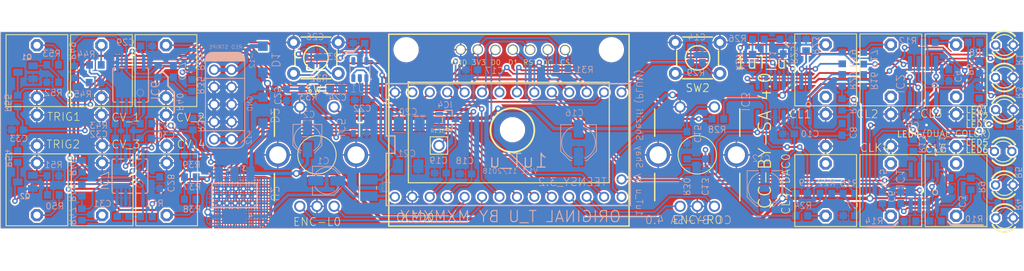
<source format=kicad_pcb>
(kicad_pcb (version 20240108) (generator "pcbnew") (generator_version "8.0")
  (layers (0 "F.Cu" signal) (31 "B.Cu" signal) (34 "B.Paste" user) (35 "F.Paste" user) (36 "B.SilkS" user "B.Silkscreen") (37 "F.SilkS" user "F.Silkscreen") (38 "B.Mask" user) (39 "F.Mask" user) (44 "Edge.Cuts" user))
  (net 0 "")
  (net 1 "GND")
  (net 2 "3V3_D")
  (net 3 "TR1")
  (net 4 "TR2")
  (net 5 "SW_B")
  (net 6 "SW_T")
  (net 7 "DC")
  (net 8 "RST")
  (net 9 "CS_OLED")
  (net 10 "DOUT")
  (net 11 "SCK")
  (net 12 "SW_R")
  (net 13 "ENC_R1")
  (net 14 "ENC_R2")
  (net 15 "CV4")
  (net 16 "CV2")
  (net 17 "CV1")
  (net 18 "CV3")
  (net 19 "ENC_L2")
  (net 20 "ENC_L1")
  (net 21 "SW_L")
  (net 22 "N$2")
  (net 23 "VCC")
  (net 24 "VEE")
  (net 25 "3V3_A")
  (net 26 "N$3")
  (net 27 "N$7")
  (net 28 "N$9")
  (net 29 "AREF_-5V")
  (net 30 "N$4")
  (net 31 "N$5")
  (net 32 "N$6")
  (net 33 "N$8")
  (net 34 "N$10")
  (net 35 "N$11")
  (net 36 "N$12")
  (net 37 "N$13")
  (net 38 "N$14")
  (net 39 "N$15")
  (net 40 "N$16")
  (net 41 "N$17")
  (net 42 "N$18")
  (net 43 "N$19")
  (net 44 "N$20")
  (net 45 "N$21")
  (net 46 "N$27")
  (net 47 "N$28")
  (net 48 "N$30")
  (net 49 "N$31")
  (net 50 "N$26")
  (net 51 "N$32")
  (net 52 "N$33")
  (net 53 "N$37")
  (net 54 "+5V")
  (net 55 "CLK6")
  (net 56 "CLK1")
  (net 57 "CLK2")
  (net 58 "CLK3")
  (net 59 "CLK5")
  (net 60 "N$22")
  (net 61 "N$23")
  (net 62 "N$25")
  (net 63 "N$29")
  (net 64 "N$24")
  (net 65 "N$38")
  (net 66 "N$39")
  (net 67 "N$34")
  (net 68 "N$35")
  (net 69 "N$36")
  (net 70 "DACOUT")
  (net 71 "N$42")
  (net 72 "N$43")
  (net 73 "N$44")
  (net 74 "N$45")
  (net 75 "N$46")
  (net 76 "N$47")
  (net 77 "N$48")
  (net 78 "N$49")
  (net 79 "N$50")
  (net 80 "N$51")
  (net 81 "N$40")
  (net 82 "N$52")
  (net 83 "N$41")
  (footprint "1uT_u_v1_1:61300111121_479" (layer "F.Cu") (at 137.8711 107.2436)
    (property "Reference" "RESET0")
    (property "Value" "")
  )
  (footprint "1uT_u_v1_1:1U_1.3OLED_2" (layer "F.Cu") (at 148.5811 104.9336)
    (property "Reference" "OLED0")
    (property "Value" "1U_1.3OLED1U_1.3OLED_2" (hide yes))
  )
  (footprint "1uT_u_v1_1:LED3MM_259" (layer "F.Cu") (at 220.0611 108.1036 180)
    (property "Reference" "LED4")
    (property "Value" "WP937EGW")
  )
  (footprint "1uT_u_v1_1:PEC11R-4XXXK-SXXXX" (layer "F.Cu") (at 175.5011 108.6036)
    (property "Reference" "ENC-R0")
    (property "Value" "PEC11R")
  )
  (footprint "1uT_u_v1_1:TACTILE-PTH" (layer "F.Cu") (at 119.9511 94.4536 180)
    (property "Reference" "SW1")
    (property "Value" "" (hide yes))
  )
  (footprint "1uT_u_v1_1:OG-PJ301_WQP_PJ_301M6_NO_HOLE" (layer "F.Cu") (at 98.2011 112.9536 180)
    (property "Reference" "CV_4")
    (property "Value" "OG-PJ301_PJ301_THONKICONN" (hide yes))
  )
  (footprint "1uT_u_v1_1:OG-PJ301_WQP_PJ_301M6_NO_HOLE" (layer "F.Cu") (at 88.8011 112.9536 180)
    (property "Reference" "CV_3")
    (property "Value" "OG-PJ301_PJ301_THONKICONN" (hide yes))
  )
  (footprint "1uT_u_v1_1:LED3MM_259" (layer "F.Cu") (at 220.2611 117.8136)
    (property "Reference" "LED6")
    (property "Value" "")
  )
  (footprint "1uT_u_v1_1:LED3MM_259" (layer "F.Cu") (at 220.2411 102.0036)
    (property "Reference" "LED3")
    (property "Value" "")
  )
  (footprint "1uT_u_v1_1:PEC11R-4XXXK-SXXXX" (layer "F.Cu") (at 120.1011 108.6036)
    (property "Reference" "ENC-L0")
    (property "Value" "PEC11R")
  )
  (footprint "1uT_u_v1_1:LED3MM_259" (layer "F.Cu") (at 220.2511 92.5736)
    (property "Reference" "LED1")
    (property "Value" "")
  )
  (footprint "1uT_u_v1_1:OG-PJ301_WQP_PJ_301M6_NO_HOLE" (layer "F.Cu") (at 194.2011 113.0536 180)
    (property "Reference" "CL4/DAC0")
    (property "Value" "OG-PJ301_PJ301_THONKICONN" (hide yes))
  )
  (footprint "1uT_u_v1_1:OG-PJ301_WQP_PJ_301M6_NO_HOLE" (layer "F.Cu") (at 213.2011 96.9536)
    (property "Reference" "CL3")
    (property "Value" "OG-PJ301_PJ301_THONKICONN" (hide yes))
  )
  (footprint "1uT_u_v1_1:TACTILE-PTH" (layer "F.Cu") (at 175.5511 94.4536 180)
    (property "Reference" "SW2")
    (property "Value" "" (hide yes))
  )
  (footprint "1uT_u_v1_1:OG-PJ301_WQP_PJ_301M6_NO_HOLE" (layer "F.Cu") (at 213.2011 113.0536 180)
    (property "Reference" "CL6")
    (property "Value" "OG-PJ301_PJ301_THONKICONN" (hide yes))
  )
  (footprint "1uT_u_v1_1:LED3MM_259" (layer "F.Cu") (at 220.2311 113.0036)
    (property "Reference" "LED5")
    (property "Value" "")
  )
  (footprint "1uT_u_v1_1:OG-PJ301_WQP_PJ_301M6_NO_HOLE" (layer "F.Cu") (at 79.3011 112.9536 180)
    (property "Reference" "TRIG2")
    (property "Value" "OG-PJ301_PJ301_THONKICONN" (hide yes))
  )
  (footprint "1uT_u_v1_1:OG-PJ301_WQP_PJ_301M6_NO_HOLE" (layer "F.Cu") (at 88.7011 97.0536)
    (property "Reference" "CV_1")
    (property "Value" "OG-PJ301_PJ301_THONKICONN" (hide yes))
  )
  (footprint "1uT_u_v1_1:OG-PJ301_WQP_PJ_301M6_NO_HOLE" (layer "F.Cu") (at 98.1011 97.0536)
    (property "Reference" "CV_2")
    (property "Value" "OG-PJ301_PJ301_THONKICONN" (hide yes))
  )
  (footprint "1uT_u_v1_1:OG-PJ301_WQP_PJ_301M6_NO_HOLE" (layer "F.Cu") (at 203.7011 113.0536 180)
    (property "Reference" "CLK4")
    (property "Value" "OG-PJ301_PJ301_THONKICONN" (hide yes))
  )
  (footprint "1uT_u_v1_1:OG-PJ301_WQP_PJ_301M6_NO_HOLE" (layer "F.Cu") (at 203.7011 96.9536)
    (property "Reference" "CL2")
    (property "Value" "OG-PJ301_PJ301_THONKICONN" (hide yes))
  )
  (footprint "1uT_u_v1_1:LED3MM_259" (layer "F.Cu") (at 220.2211 97.3036)
    (property "Reference" "LED2")
    (property "Value" "")
  )
  (footprint "1uT_u_v1_1:OG-PJ301_WQP_PJ_301M6_NO_HOLE" (layer "F.Cu") (at 79.3011 97.0536)
    (property "Reference" "TRIG1")
    (property "Value" "OG-PJ301_PJ301_THONKICONN" (hide yes))
  )
  (footprint "1uT_u_v1_1:OG-PJ301_WQP_PJ_301M6_NO_HOLE" (layer "F.Cu") (at 194.2011 96.9536)
    (property "Reference" "CL1")
    (property "Value" "OG-PJ301_PJ301_THONKICONN" (hide yes))
  )
  (footprint "1uT_u_v1_1:PANASONIC_B_334" (layer "B.Cu") (at 118.7111 106.2536 -90)
    (property "Reference" "C2")
    (property "Value" "10uF")
  )
  (footprint "1uT_u_v1_1:SOT223" (layer "B.Cu") (at 108.0911 114.5136 -90)
    (property "Reference" "U2")
    (property "Value" "LD1117S50TR")
  )
  (footprint "1uT_u_v1_1:C0603_348" (layer "B.Cu") (at 175.4011 92.8536)
    (property "Reference" "C14")
    (property "Value" "100n")
  )
  (footprint "1uT_u_v1_1:R0603_334" (layer "B.Cu") (at 175.4011 95.1536)
    (property "Reference" "R29")
    (property "Value" "510R")
  )
  (footprint "1uT_u_v1_1:C0603_348" (layer "B.Cu") (at 142.64409 96.178063 180)
    (property "Reference" "C17")
    (property "Value" "100n")
  )
  (footprint "1uT_u_v1_1:TEENSY_3.2_TEMPS_NO29" (layer "B.Cu") (at 147.9611 107.1036 -90)
    (property "Reference" "TEENSY_3.2")
    (property "Value" "TEENSY_3.2_TEMPS_NO29")
  )
  (footprint "1uT_u_v1_1:R0603_334" (layer "B.Cu") (at 155.8011 96.0036 180)
    (property "Reference" "R31")
    (property "Value" "510R")
  )
  (footprint "1uT_u_v1_1:C0603_348" (layer "B.Cu") (at 205.1311 114.8436 -90)
    (property "Reference" "C6")
    (property "Value" "100n")
  )
  (footprint "1uT_u_v1_1:R0603_334" (layer "B.Cu") (at 101.6411 108.5736 180)
    (property "Reference" "R39")
    (property "Value" "33k")
  )
  (footprint "1uT_u_v1_1:R0603_334" (layer "B.Cu") (at 174.0011 110.0536 -90)
    (property "Reference" "R30")
    (property "Value" "3k9")
  )
  (footprint "1uT_u_v1_1:C0603_348" (layer "B.Cu") (at 197.6011 117.4736 180)
    (property "Reference" "C7")
    (property "Value" "3.3n")
  )
  (footprint "1uT_u_v1_1:R0603_334" (layer "B.Cu") (at 216.5811 99.5036 90)
    (property "Reference" "R7")
    (property "Value" "1.0k")
  )
  (footprint "1uT_u_v1_1:R0603_334" (layer "B.Cu") (at 197.5811 114.2636 180)
    (property "Reference" "R18")
    (property "Value" "1k2")
  )
  (footprint "1uT_u_v1_1:R0603_334" (layer "B.Cu") (at 101.9011 95.1536 90)
    (property "Reference" "R36")
    (property "Value" "100R")
  )
  (footprint "1uT_u_v1_1:R0603_334" (layer "B.Cu") (at 84.7511 96.5036 -90)
    (property "Reference" "R49")
    (property "Value" "75k")
  )
  (footprint "1uT_u_v1_1:R0603_334" (layer "B.Cu") (at 216.6211 95.8436 90)
    (property "Reference" "R6")
    (property "Value" "10k")
  )
  (footprint "1uT_u_v1_1:R0603_334" (layer "B.Cu") (at 209.5811 107.2136 -90)
    (property "Reference" "R11")
    (property "Value" "10k")
  )
  (footprint "1uT_u_v1_1:C0603_348" (layer "B.Cu") (at 138.0811 111.2636)
    (property "Reference" "C19")
    (property "Value" "470n")
  )
  (footprint "1uT_u_v1_1:R0603_334" (layer "B.Cu") (at 102.0011 104.1036 -90)
    (property "Reference" "R34")
    (property "Value" "100R")
  )
  (footprint "1uT_u_v1_1:R0603_334" (layer "B.Cu") (at 215.3611 112.8336 90)
    (property "Reference" "R9")
    (property "Value" "1.0k")
  )
  (footprint "1uT_u_v1_1:C0603_348" (layer "B.Cu") (at 188.7911 105.5436 180)
    (property "Reference" "C10")
    (property "Value" "100n")
  )
  (footprint "1uT_u_v1_1:R0603_334" (layer "B.Cu") (at 81.6011 98.0036 180)
    (property "Reference" "R52")
    (property "Value" "33k")
  )
  (footprint "1uT_u_v1_1:R0603_334" (layer "B.Cu") (at 81.6911 114.4436)
    (property "Reference" "R50")
    (property "Value" "100k")
  )
  (footprint "1uT_u_v1_1:C0603_348" (layer "B.Cu") (at 99.1911 96.4136 -90)
    (property "Reference" "C27")
    (property "Value" "330p-560p")
  )
  (footprint "1uT_u_v1_1:R0603_334" (layer "B.Cu") (at 220.2211 99.2336 180)
    (property "Reference" "R3")
    (property "Value" "100k")
  )
  (footprint "1uT_u_v1_1:C0603_348" (layer "B.Cu") (at 212.3411 112.7936 -90)
    (property "Reference" "C3")
    (property "Value" "100n")
  )
  (footprint "1uT_u_v1_1:R0603_334" (layer "B.Cu") (at 196.6111 97.7136 -90)
    (property "Reference" "R20")
    (property "Value" "6k8")
  )
  (footprint "1uT_u_v1_1:R0603_334" (layer "B.Cu") (at 178.5011 103.3536)
    (property "Reference" "R28")
    (property "Value" "4k2")
  )
  (footprint "1uT_u_v1_1:C0603_348" (layer "B.Cu") (at 141.7711 111.3636)
    (property "Reference" "C18")
    (property "Value" "470n")
  )
  (footprint "1uT_u_v1_1:R0603_334" (layer "B.Cu") (at 191.3511 92.5536 -90)
    (property "Reference" "R23")
    (property "Value" "10k")
  )
  (footprint "1uT_u_v1_1:R0603_334" (layer "B.Cu") (at 206.4711 118.2736)
    (property "Reference" "R14")
    (property "Value" "10k")
  )
  (footprint "1uT_u_v1_1:SOIC8" (layer "B.Cu") (at 92.8511 111.7036 180)
    (property "Reference" "IC7")
    (property "Value" "MCP6002SMT")
  )
  (footprint "1uT_u_v1_1:R0603_334" (layer "B.Cu") (at 120.1011 95.5536)
    (property "Reference" "R32")
    (property "Value" "510R")
  )
  (footprint "1uT_u_v1_1:R0603_334" (layer "B.Cu") (at 220.2311 104.1636 180)
    (property "Reference" "R2")
    (property "Value" "100k")
  )
  (footprint "1uT_u_v1_1:DBZ_R-PDSO-G3_387" (layer "B.Cu") (at 126.3811 104.3536 180)
    (property "Reference" "IC5")
    (property "Value" "LM4040-5V")
  )
  (footprint "1uT_u_v1_1:C0603_348" (layer "B.Cu") (at 91.8511 117.6036 180)
    (property "Reference" "C31")
    (property "Value" "330p-560p")
  )
  (footprint "1uT_u_v1_1:R0603_334" (layer "B.Cu") (at 184.4011 91.7136)
    (property "Reference" "R26")
    (property "Value" "20k")
  )
  (footprint "1uT_u_v1_1:R0603_334" (layer "B.Cu") (at 209.2911 92.1836 180)
    (property "Reference" "R12")
    (property "Value" "1.0k")
  )
  (footprint "1uT_u_v1_1:R0603_334" (layer "B.Cu") (at 194.2311 114.2436)
    (property "Reference" "R22")
    (property "Value" "3k")
  )
  (footprint "1uT_u_v1_1:R0603_334" (layer "B.Cu") (at 95.2511 117.6036 180)
    (property "Reference" "R41")
    (property "Value" "100R")
  )
  (footprint "1uT_u_v1_1:R0603_334" (layer "B.Cu") (at 196.5911 101.2536 90)
    (property "Reference" "R21")
    (property "Value" "3k")
  )
  (footprint "1uT_u_v1_1:C0603_348" (layer "B.Cu") (at 176.7011 110.0536 -90)
    (property "Reference" "C13")
    (property "Value" "3.3n")
  )
  (footprint "1uT_u_v1_1:C0603_348" (layer "B.Cu") (at 97.1811 112.6736 90)
    (property "Reference" "C28")
    (property "Value" "100n")
  )
  (footprint "1uT_u_v1_1:R0603_334" (layer "B.Cu") (at 101.9011 98.4536 90)
    (property "Reference" "R35")
    (property "Value" "100k")
  )
  (footprint "1uT_u_v1_1:TRANSISTOR_SOT23-BEC" (layer "B.Cu") (at 77.6311 96.5536 -90)
    (property "Reference" "Q1")
    (property "Value" "MMBT3904LT1G" (hide yes))
  )
  (footprint "1uT_u_v1_1:R0603_334" (layer "B.Cu") (at 101.6411 115.0836)
    (property "Reference" "R38")
    (property "Value" "100k")
  )
  (footprint "1uT_u_v1_1:R0603_334" (layer "B.Cu") (at 199.6911 94.5036 -90)
    (property "Reference" "R17")
    (property "Value" "1.0k")
  )
  (footprint "1uT_u_v1_1:R0603_334" (layer "B.Cu") (at 199.6911 97.7336 90)
    (property "Reference" "R16")
    (property "Value" "1k8")
  )
  (footprint "1uT_u_v1_1:SO14_262" (layer "B.Cu") (at 188.1011 100.5536 180)
    (property "Reference" "IC3")
    (property "Value" "TL074D")
  )
  (footprint "1uT_u_v1_1:C0603_348" (layer "B.Cu") (at 76.5011 104.9536)
    (property "Reference" "C33")
    (property "Value" "100n")
  )
  (footprint "1uT_u_v1_1:C0603_348" (layer "B.Cu") (at 95.1711 106.1636)
    (property "Reference" "C30")
    (property "Value" "330p-560p")
  )
  (footprint "1uT_u_v1_1:DIODE_SOD123" (layer "B.Cu") (at 112.2211 94.6336 -90)
    (property "Reference" "D1")
    (property "Value" "1N5819HW")
  )
  (footprint "1uT_u_v1_1:C1206K_348" (layer "B.Cu") (at 133.3811 110.2536)
    (property "Reference" "C21")
    (property "Value" "10uF")
  )
  (footprint "1uT_u_v1_1:C0603_348" (layer "B.Cu") (at 126.4511 100.6036 180)
    (property "Reference" "C22")
    (property "Value" "100n")
  )
  (footprint "1uT_u_v1_1:R0603_334" (layer "B.Cu") (at 220.1211 110.8536 180)
    (property "Reference" "R5")
    (property "Value" "100k")
  )
  (footprint "1uT_u_v1_1:C0603_348" (layer "B.Cu") (at 91.5411 106.1436 180)
    (property "Reference" "C32")
    (property "Value" "330p-560p")
  )
  (footprint "1uT_u_v1_1:SOT95P230X110-3N" (layer "B.Cu") (at 139.0911 103.5436)
    (property "Reference" "IC4")
    (property "Value" "MIC803-46D2VM3TR")
  )
  (footprint "1uT_u_v1_1:C0603_348" (layer "B.Cu") (at 126.2011 92.3036 180)
    (property "Reference" "C23")
    (property "Value" "100n")
  )
  (footprint "1uT_u_v1_1:C0603_348" (layer "B.Cu") (at 188.0111 94.7236 -90)
    (property "Reference" "C11")
    (property "Value" "100n")
  )
  (footprint "1uT_u_v1_1:WE-LQ_M_448" (layer "B.Cu") (at 127.5211 113.4236 90)
    (property "Reference" "L1")
    (property "Value" "10uH")
  )
  (footprint "1uT_u_v1_1:R0603_334" (layer "B.Cu") (at 85.8511 113.7536 -90)
    (property "Reference" "R48")
    (property "Value" "33k")
  )
  (footprint "1uT_u_v1_1:R0603_334" (layer "B.Cu") (at 87.8211 95.4736)
    (property "Reference" "R44")
    (property "Value" "100k")
  )
  (footprint "1uT_u_v1_1:R0603_334" (layer "B.Cu") (at 210.2011 118.2536 180)
    (property "Reference" "R10")
    (property "Value" "20k")
  )
  (footprint "1uT_u_v1_1:PANASONIC_C_334" (layer "B.Cu") (at 185.3711 113.5136 -90)
    (property "Reference" "C12")
    (property "Value" "22uF")
  )
  (footprint "1uT_u_v1_1:R0603_334" (layer "B.Cu") (at 206.9711 107.2036 -90)
    (property "Reference" "R13")
    (property "Value" "20k")
  )
  (footprint "1uT_u_v1_1:C0603_348" (layer "B.Cu") (at 174.0011 106.0536 90)
    (property "Reference" "C15")
    (property "Value" "470n")
  )
  (footprint "1uT_u_v1_1:PANASONIC_C_334" (layer "B.Cu") (at 158.2011 106.8136 -90)
    (property "Reference" "C16")
    (property "Value" "22uF")
  )
  (footprint "1uT_u_v1_1:R0603_334" (layer "B.Cu") (at 85.8511 117.3036 -90)
    (property "Reference" "R47")
    (property "Value" "100k")
  )
  (footprint "1uT_u_v1_1:POWER_10" (layer "B.Cu") (at 106.3911 101.2536 -90)
    (property "Reference" "J$1" (hide yes))
    (property "Value" "POWER_SIMPLE10" (hide yes))
  )
  (footprint "1uT_u_v1_1:C0603_348" (layer "B.Cu") (at 95.2511 92.7036)
    (property "Reference" "C29")
    (property "Value" "100n")
  )
  (footprint "1uT_u_v1_1:C0603_348" (layer "B.Cu") (at 206.7811 102.8836 180)
    (property "Reference" "C5")
    (property "Value" "100n")
  )
  (footprint "1uT_u_v1_1:C1206K_348" (layer "B.Cu") (at 133.5411 104.1136)
    (property "Reference" "C20")
    (property "Value" "10uF")
  )
  (footprint "1uT_u_v1_1:R0603_334" (layer "B.Cu") (at 87.7611 98.0536 180)
    (property "Reference" "R45")
    (property "Value" "75k")
  )
  (footprint "1uT_u_v1_1:DIODE_SOD123" (layer "B.Cu") (at 112.2311 102.0736 90)
    (property "Reference" "D2")
    (property "Value" "1N5819HW")
  )
  (footprint "1uT_u_v1_1:R0603_334" (layer "B.Cu") (at 76.5011 100.7536 -90)
    (property "Reference" "R55")
    (property "Value" "47k")
  )
  (footprint "1uT_u_v1_1:R0603_334" (layer "B.Cu") (at 220.1311 115.6336 180)
    (property "Reference" "R4")
    (property "Value" "100k")
  )
  (footprint "1uT_u_v1_1:R0603_334" (layer "B.Cu") (at 96.9511 96.4036 -90)
    (property "Reference" "R40")
    (property "Value" "33k")
  )
  (footprint "1uT_u_v1_1:PANASONIC_B_334" (layer "B.Cu") (at 121.5411 112.3736)
    (property "Reference" "C1")
    (property "Value" "10uF")
  )
  (footprint "1uT_u_v1_1:R0603_334" (layer "B.Cu") (at 188.3911 91.7536 180)
    (property "Reference" "R25")
    (property "Value" "10k")
  )
  (footprint "1uT_u_v1_1:R0603_334" (layer "B.Cu") (at 76.5011 108.8536 90)
    (property "Reference" "R54")
    (property "Value" "47k")
  )
  (footprint "1uT_u_v1_1:C0603_348" (layer "B.Cu") (at 120.1011 93.1536)
    (property "Reference" "C26")
    (property "Value" "100n")
  )
  (footprint "1uT_u_v1_1:SO08_262" (layer "B.Cu") (at 208.5011 113.3636 180)
    (property "Reference" "IC1")
    (property "Value" "TL072D")
  )
  (footprint "1uT_u_v1_1:R0603_334" (layer "B.Cu") (at 202.4711 114.8436 90)
    (property "Reference" "R15")
    (property "Value" "1.0k")
  )
  (footprint "1uT_u_v1_1:C0603_348" (layer "B.Cu") (at 115.6511 99.8536 -90)
    (property "Reference" "C25")
    (property "Value" "1uF")
  )
  (footprint "1uT_u_v1_1:R0603_334" (layer "B.Cu") (at 183.5511 94.7636 90)
    (property "Reference" "R27")
    (property "Value" "1.0k")
  )
  (footprint "1uT_u_v1_1:R0603_334" (layer "B.Cu") (at 91.5511 104.0236 180)
    (property "Reference" "R43")
    (property "Value" "33k")
  )
  (footprint "1uT_u_v1_1:C0603_348" (layer "B.Cu") (at 212.1411 96.9736 -90)
    (property "Reference" "C4")
    (property "Value" "100n")
  )
  (footprint "1uT_u_v1_1:R0603_334" (layer "B.Cu") (at 215.8011 92.1836)
    (property "Reference" "R8")
    (property "Value" "20k")
  )
  (footprint "1uT_u_v1_1:R0603_334" (layer "B.Cu") (at 95.1911 104.0436 180)
    (property "Reference" "R42")
    (property "Value" "100R")
  )
  (footprint "1uT_u_v1_1:R0603_334" (layer "B.Cu") (at 85.9011 110.2536 90)
    (property "Reference" "R46")
    (property "Value" "75k")
  )
  (footprint "1uT_u_v1_1:C0603_348" (layer "B.Cu") (at 122.8911 99.0136)
    (property "Reference" "C24")
    (property "Value" "1uF")
  )
  (footprint "1uT_u_v1_1:R0603_334" (layer "B.Cu") (at 190.7211 117.4936 180)
    (property "Reference" "R24")
    (property "Value" "1.0k")
  )
  (footprint "1uT_u_v1_1:R0603_334" (layer "B.Cu") (at 118.7611 98.9536)
    (property "Reference" "R33")
    (property "Value" "2K")
  )
  (footprint "1uT_u_v1_1:R0603_334" (layer "B.Cu") (at 101.6511 111.8536)
    (property "Reference" "R37")
    (property "Value" "75k")
  )
  (footprint "1uT_u_v1_1:C0603_348" (layer "B.Cu") (at 196.6011 104.8736 90)
    (property "Reference" "C8")
    (property "Value" "1n")
  )
  (footprint "1uT_u_v1_1:SOT95P280X100-5N" (layer "B.Cu") (at 126.3511 96.1536 90)
    (property "Reference" "U1")
    (property "Value" "ADP150AUJZ-3.3-R7")
  )
  (footprint "1uT_u_v1_1:C0603_348" (layer "B.Cu") (at 190.6911 114.2236 180)
    (property "Reference" "C9")
    (property "Value" "1n")
  )
  (footprint "1uT_u_v1_1:SO08_262" (layer "B.Cu") (at 208.3911 97.8536 180)
    (property "Reference" "IC2")
    (property "Value" "TL072D")
  )
  (footprint "1uT_u_v1_1:R0603_334" (layer "B.Cu") (at 220.2611 94.6636 180)
    (property "Reference" "R1")
    (property "Value" "100k")
  )
  (footprint "1uT_u_v1_1:R0603_334" (layer "B.Cu") (at 81.6211 111.6436)
    (property "Reference" "R51")
    (property "Value" "33k")
  )
  (footprint "1uT_u_v1_1:R0603_334" (layer "B.Cu") (at 81.5911 95.4636)
    (property "Reference" "R53")
    (property "Value" "100k")
  )
  (footprint "1uT_u_v1_1:TRANSISTOR_SOT23-BEC" (layer "B.Cu") (at 77.5911 112.5336 -90)
    (property "Reference" "Q2")
    (property "Value" "MMBT3904LT1G" (hide yes))
  )
  (footprint "1uT_u_v1_1:R0603_334" (layer "B.Cu") (at 196.6211 94.4636 -90)
    (property "Reference" "R19")
    (property "Value" "20k")
  )
  (footprint "1uT_u_v1_1:SOIC8" (layer "B.Cu") (at 92.9511 98.4036 180)
    (property "Reference" "IC6")
    (property "Value" "MCP6002SMT")
  )
  (gr_circle (center 210.1511 114.0636) (end 210.511653 114.0636) (stroke (width 0.1524)) (fill none) (layer "B.SilkS"))
  (gr_line (start 188.4011 92.4536) (end 188.8011 92.8536) (stroke (width 0.254)) (layer "B.SilkS"))
  (gr_line (start 125.4011 93.5536) (end 124.5011 93.5536) (stroke (width 0.254)) (layer "B.SilkS"))
  (gr_line (start 99.3011 99.4536) (end 99.3011 102.3536) (stroke (width 0.254)) (layer "B.SilkS"))
  (gr_circle (center 191.7011 101.2536) (end 192.061653 101.2536) (stroke (width 0.1524)) (fill none) (layer "B.SilkS"))
  (gr_line (start 98.4011 98.5536) (end 99.3011 99.4536) (stroke (width 0.254)) (layer "B.SilkS"))
  (gr_line (start 204.1011 119.0536) (end 204.7011 118.4536) (stroke (width 0.254)) (layer "B.SilkS"))
  (gr_circle (center 210.1011 98.4536) (end 210.461653 98.4536) (stroke (width 0.1524)) (fill none) (layer "B.SilkS"))
  (gr_line (start 188.4011 92.1536) (end 188.4011 92.4536) (stroke (width 0.254)) (layer "B.SilkS"))
  (gr_line (start 97.4011 96.5536) (end 97.7011 96.5536) (stroke (width 0.254)) (layer "B.SilkS"))
  (gr_line (start 98.4011 97.2536) (end 98.4011 98.5536) (stroke (width 0.254)) (layer "B.SilkS"))
  (gr_line (start 126.2011 92.7536) (end 125.4011 93.5536) (stroke (width 0.254)) (layer "B.SilkS"))
  (gr_line (start 212.5011 118.8536) (end 212.0011 118.3536) (stroke (width 0.254)) (layer "B.SilkS"))
  (gr_line (start 212.5011 118.8536) (end 217.1011 118.8536) (stroke (width 0.254)) (layer "B.SilkS"))
  (gr_line (start 97.7011 96.5536) (end 98.4011 97.2536) (stroke (width 0.254)) (layer "B.SilkS"))
  (gr_line (start 204.1011 119.0536) (end 200.3011 119.0536) (stroke (width 0.254)) (layer "B.SilkS"))
  (gr_line (start 124.5011 93.5536) (end 124.3011 93.7536) (stroke (width 0.254)) (layer "B.SilkS"))
  (gr_line (start 74.0011 90.6536) (end 74.0011 119.3536) (stroke (width 0.05)) (layer "Edge.Cuts"))
  (gr_line (start 223.0011 90.6536) (end 74.0011 90.6536) (stroke (width 0.05)) (layer "Edge.Cuts"))
  (gr_line (start 223.0011 119.3536) (end 223.0011 90.6536) (stroke (width 0.05)) (layer "Edge.Cuts"))
  (gr_line (start 74.0011 119.3536) (end 223.0011 119.3536) (stroke (width 0.05)) (layer "Edge.Cuts"))
  (gr_text "1uT_u" (at 153.826202 110.638268 0) (layer "B.SilkS") (effects (font (size 2.009648 2.009648) (thickness 0.174752)) (justify left bottom mirror)))
  (gr_text "ORIGINAL T_U BY MXMXMX" (at 148.2611 117.6036 0) (layer "B.SilkS") (effects (font (size 1.63576 1.63576) (thickness 0.14224)) (justify mirror)))
  (gr_text "V1.1 11/2018" (at 152.3111 111.3936 0) (layer "B.SilkS") (effects (font (size 0.747776 0.747776) (thickness 0.065024)) (justify left bottom mirror)))
  (gr_text "1uT_u by Shay Shezifi (PLUM)" (at 167.0611 106.8336 270) (layer "B.SilkS") (effects (font (size 0.93472 0.93472) (thickness 0.08128)) (justify mirror)))
  (gr_text "CC BY-SA 4.0" (at 180.6011 118.8036 0) (layer "B.SilkS") (effects (font (size 1.1684 1.1684) (thickness 0.1016)) (justify left bottom mirror)))
  (gr_text "1uT_u" (at 180.871708 96.173539 0) (layer "F.SilkS") (effects (font (size 1.775968 1.775968) (thickness 0.154432)) (justify left bottom)))
  (gr_text "(DUAL COLOR)" (at 208.2011 106.0536 0) (layer "F.SilkS") (effects (font (size 0.93472 0.93472) (thickness 0.08128)) (justify left bottom)))
  (gr_text "CC-BY-SA 4.0" (at 186.3911 116.6536 90) (layer "F.SilkS") (effects (font (size 1.775968 1.775968) (thickness 0.154432)) (justify left bottom)))
  (via (at 208.8911 104.2536) (size 0.8064) (drill 0.4) (layers "F.Cu" "B.Cu") (net 1))
  (segment (start 105.1211 98.7136) (end 105.1211 101.2536) (width 0.6096) (layer "B.Cu") (net 1))
  (segment (start 107.6611 98.7136) (end 105.1211 98.7136) (width 0.6096) (layer "B.Cu") (net 1))
  (segment (start 107.6611 101.2536) (end 105.1211 101.2536) (width 0.6096) (layer "B.Cu") (net 1))
  (segment (start 107.6611 101.2536) (end 107.6611 98.7136) (width 0.6096) (layer "B.Cu") (net 1))
  (segment (start 105.1211 101.2536) (end 105.1211 103.7936) (width 0.6096) (layer "B.Cu") (net 1))
  (segment (start 107.6611 103.7936) (end 107.6611 101.2536) (width 0.6096) (layer "B.Cu") (net 1))
  (segment (start 107.6611 103.7936) (end 105.1211 103.7936) (width 0.6096) (layer "B.Cu") (net 1))
  (segment (start 103.622043 92.187) (end 101.122043 94.687) (width 0.254) (layer "F.Cu") (net 2))
  (segment (start 86.3011 99.472025) (end 86.3011 105.0536) (width 0.254) (layer "F.Cu") (net 2))
  (segment (start 131.1985 97.0452) (end 129.3911 95.2378) (width 0.254) (layer "F.Cu") (net 2))
  (segment (start 101.122043 94.687) (end 91.086125 94.687) (width 0.254) (layer "F.Cu") (net 2))
  (segment (start 129.3911 95.2378) (end 115.9419 95.2378) (width 0.254) (layer "F.Cu") (net 2))
  (segment (start 91.086125 94.687) (end 86.3011 99.472025) (width 0.254) (layer "F.Cu") (net 2))
  (segment (start 143.5211 93.2436) (end 139.7195 97.0452) (width 0.254) (layer "F.Cu") (net 2))
  (segment (start 112.8911 92.187) (end 103.622043 92.187) (width 0.254) (layer "F.Cu") (net 2))
  (segment (start 115.9419 95.2378) (end 112.8911 92.187) (width 0.254) (layer "F.Cu") (net 2))
  (segment (start 139.7195 97.0452) (end 131.1985 97.0452) (width 0.254) (layer "F.Cu") (net 2))
  (via (at 86.3011 105.0536) (size 0.8064) (drill 0.4) (layers "F.Cu" "B.Cu") (net 2))
  (segment (start 77.2011 103.6536) (end 76.5011 102.9536) (width 0.254) (layer "B.Cu") (net 2))
  (segment (start 77.2011 105.1036) (end 77.2011 106.0536) (width 0.254) (layer "B.Cu") (net 2))
  (segment (start 142.9011 100.5536) (end 140.2849 103.1698) (width 0.254) (layer "B.Cu") (net 2))
  (segment (start 77.2011 103.6536) (end 77.2011 104.8036) (width 0.254) (layer "B.Cu") (net 2))
  (segment (start 140.2849 103.5436) (end 140.2849 107.0536) (width 0.254) (layer "B.Cu") (net 2))
  (segment (start 76.5011 106.7536) (end 76.5011 108.0036) (width 0.254) (layer "B.Cu") (net 2))
  (segment (start 154.9511 92.7036) (end 153.8011 91.5536) (width 0.254) (layer "B.Cu") (net 2))
  (segment (start 86.3011 105.0536) (end 77.4511 105.0536) (width 0.254) (layer "B.Cu") (net 2))
  (segment (start 143.49409 97.36061) (end 142.9011 97.9536) (width 0.254) (layer "B.Cu") (net 2))
  (segment (start 77.3511 104.9536) (end 77.2011 104.8036) (width 0.254) (layer "B.Cu") (net 2))
  (segment (start 143.5211 93.2436) (end 143.5211 96.151054) (width 0.254) (layer "B.Cu") (net 2))
  (segment (start 77.4511 105.0536) (end 77.3511 104.9536) (width 0.254) (layer "B.Cu") (net 2))
  (segment (start 143.49409 96.178063) (end 143.49409 97.36061) (width 0.254) (layer "B.Cu") (net 2))
  (segment (start 77.2011 106.0536) (end 76.5011 106.7536) (width 0.254) (layer "B.Cu") (net 2))
  (segment (start 154.9511 92.7036) (end 154.9511 96.0036) (width 0.254) (layer "B.Cu") (net 2))
  (segment (start 138.9311 108.4074) (end 140.2849 107.0536) (width 0.254) (layer "B.Cu") (net 2))
  (segment (start 77.3511 104.9536) (end 77.2011 105.1036) (width 0.254) (layer "B.Cu") (net 2))
  (segment (start 144.8011 91.5536) (end 143.5211 92.8336) (width 0.254) (layer "B.Cu") (net 2))
  (segment (start 142.9011 97.9536) (end 142.9011 100.5536) (width 0.254) (layer "B.Cu") (net 2))
  (segment (start 138.9311 112.3236) (end 136.5311 114.7236) (width 0.254) (layer "B.Cu") (net 2))
  (segment (start 138.9311 111.2636) (end 138.9311 108.4074) (width 0.254) (layer "B.Cu") (net 2))
  (segment (start 140.2849 103.1698) (end 140.2849 103.5436) (width 0.254) (layer "B.Cu") (net 2))
  (segment (start 143.5211 92.8336) (end 143.5211 93.2436) (width 0.254) (layer "B.Cu") (net 2))
  (segment (start 153.8011 91.5536) (end 144.8011 91.5536) (width 0.254) (layer "B.Cu") (net 2))
  (segment (start 138.9311 111.2636) (end 138.9311 112.3236) (width 0.254) (layer "B.Cu") (net 2))
  (segment (start 143.5211 96.151054) (end 143.49409 96.178063) (width 0.254) (layer "B.Cu") (net 2))
  (segment (start 76.5011 101.6036) (end 76.5011 102.9536) (width 0.254) (layer "B.Cu") (net 2))
  (segment (start 132.7611 98.2536) (end 128.234525 98.2536) (width 0.254) (layer "F.Cu") (net 3))
  (segment (start 116.1911 98.497025) (end 127.9911 98.497025) (width 0.254) (layer "F.Cu") (net 3))
  (segment (start 101.332468 95.195) (end 91.29655 95.195) (width 0.254) (layer "F.Cu") (net 3))
  (segment (start 115.215187 97.521113) (end 115.215187 97.508663) (width 0.254) (layer "F.Cu") (net 3))
  (segment (start 91.29655 95.195) (end 87.1011 99.39045) (width 0.254) (layer "F.Cu") (net 3))
  (segment (start 110.401525 92.695) (end 103.832468 92.695) (width 0.254) (layer "F.Cu") (net 3))
  (segment (start 116.1911 98.497025) (end 115.215187 97.521113) (width 0.254) (layer "F.Cu") (net 3))
  (segment (start 115.215187 97.508663) (end 110.401525 92.695) (width 0.254) (layer "F.Cu") (net 3))
  (segment (start 128.234525 98.2536) (end 127.9911 98.497025) (width 0.254) (layer "F.Cu") (net 3))
  (segment (start 103.832468 92.695) (end 101.332468 95.195) (width 0.254) (layer "F.Cu") (net 3))
  (segment (start 87.1011 99.39045) (end 87.1011 101.2536) (width 0.254) (layer "F.Cu") (net 3))
  (segment (start 133.9911 99.4836) (end 132.7611 98.2536) (width 0.254) (layer "F.Cu") (net 3))
  (via (at 87.1011 101.2536) (size 0.8064) (drill 0.4) (layers "F.Cu" "B.Cu") (net 3))
  (segment (start 81.2011 98.9536) (end 77.4511 98.9536) (width 0.254) (layer "B.Cu") (net 3))
  (segment (start 76.5311 96.5536) (end 76.5011 96.5836) (width 0.254) (layer "B.Cu") (net 3))
  (segment (start 83.5011 101.2536) (end 81.2011 98.9536) (width 0.254) (layer "B.Cu") (net 3))
  (segment (start 77.4511 98.9536) (end 76.5011 99.9036) (width 0.254) (layer "B.Cu") (net 3))
  (segment (start 87.1011 101.2536) (end 83.5011 101.2536) (width 0.254) (layer "B.Cu") (net 3))
  (segment (start 76.5011 96.5836) (end 76.5011 99.9036) (width 0.254) (layer "B.Cu") (net 3))
  (segment (start 115.980675 99.005025) (end 128.044525 99.005025) (width 0.254) (layer "F.Cu") (net 4))
  (segment (start 96.8011 96.7536) (end 96.8011 109.2536) (width 0.254) (layer "F.Cu") (net 4))
  (segment (start 88.482675 112.8536) (end 78.6011 112.8536) (width 0.254) (layer "F.Cu") (net 4))
  (segment (start 97.8517 95.703) (end 96.8011 96.7536) (width 0.254) (layer "F.Cu") (net 4))
  (segment (start 128.044525 99.005025) (end 129.8231 100.7836) (width 0.254) (layer "F.Cu") (net 4))
  (segment (start 93.1931 112.8616) (end 88.490675 112.8616) (width 0.254) (layer "F.Cu") (net 4))
  (segment (start 88.490675 112.8616) (end 88.482675 112.8536) (width 0.254) (layer "F.Cu") (net 4))
  (segment (start 129.8231 100.7836) (end 135.2311 100.7836) (width 0.254) (layer "F.Cu") (net 4))
  (segment (start 101.542893 95.703) (end 104.042893 93.203) (width 0.254) (layer "F.Cu") (net 4))
  (segment (start 110.1911 93.203) (end 114.707187 97.719088) (width 0.254) (layer "F.Cu") (net 4))
  (segment (start 136.5311 99.4836) (end 135.2311 100.7836) (width 0.254) (layer "F.Cu") (net 4))
  (segment (start 101.542893 95.703) (end 97.8517 95.703) (width 0.254) (layer "F.Cu") (net 4))
  (segment (start 104.042893 93.203) (end 110.1911 93.203) (width 0.254) (layer "F.Cu") (net 4))
  (segment (start 96.8011 109.2536) (end 93.1931 112.8616) (width 0.254) (layer "F.Cu") (net 4))
  (segment (start 114.707187 97.719088) (end 114.707187 97.731538) (width 0.254) (layer "F.Cu") (net 4))
  (segment (start 78.6011 112.8536) (end 76.1011 115.3536) (width 0.254) (layer "F.Cu") (net 4))
  (segment (start 114.707187 97.731538) (end 115.980675 99.005025) (width 0.254) (layer "F.Cu") (net 4))
  (via (at 76.1011 115.3536) (size 0.8064) (drill 0.4) (layers "F.Cu" "B.Cu") (net 4))
  (segment (start 76.5011 109.7036) (end 76.5011 112.5236) (width 0.254) (layer "B.Cu") (net 4))
  (segment (start 76.4911 112.5336) (end 76.1011 112.9236) (width 0.254) (layer "B.Cu") (net 4))
  (segment (start 76.1011 112.9236) (end 76.1011 115.3536) (width 0.254) (layer "B.Cu") (net 4))
  (segment (start 76.5011 112.5236) (end 76.4911 112.5336) (width 0.254) (layer "B.Cu") (net 4))
  (segment (start 168.8011 95.1536) (end 164.4711 99.4836) (width 0.254) (layer "B.Cu") (net 5))
  (segment (start 174.5511 92.8536) (end 174.5511 95.1536) (width 0.254) (layer "B.Cu") (net 5))
  (segment (start 174.5511 95.1536) (end 168.8011 95.1536) (width 0.254) (layer "B.Cu") (net 5))
  (segment (start 140.2911 94.9536) (end 138.8911 96.3536) (width 0.254) (layer "F.Cu") (net 6))
  (segment (start 128.541125 93.6694) (end 123.176268 93.6694) (width 0.254) (layer "F.Cu") (net 6))
  (segment (start 122.674668 94.171) (end 117.3911 94.171) (width 0.254) (layer "F.Cu") (net 6))
  (segment (start 117.3911 94.171) (end 117.3911 93.8948) (width 0.254) (layer "F.Cu") (net 6))
  (segment (start 138.8911 96.3536) (end 131.225325 96.3536) (width 0.254) (layer "F.Cu") (net 6))
  (segment (start 131.225325 96.3536) (end 128.541125 93.6694) (width 0.254) (layer "F.Cu") (net 6))
  (segment (start 123.176268 93.6694) (end 122.674668 94.171) (width 0.254) (layer "F.Cu") (net 6))
  (via (at 140.2911 94.9536) (size 0.8064) (drill 0.4) (layers "F.Cu" "B.Cu") (net 6))
  (via (at 117.3911 93.8948) (size 0.8064) (drill 0.4) (layers "F.Cu" "B.Cu") (net 6))
  (segment (start 118.1323 93.1536) (end 119.2511 93.1536) (width 0.254) (layer "B.Cu") (net 6))
  (segment (start 119.2511 93.1536) (end 119.2511 95.5536) (width 0.254) (layer "B.Cu") (net 6))
  (segment (start 140.2911 98.1636) (end 140.2911 94.9536) (width 0.254) (layer "B.Cu") (net 6))
  (segment (start 141.6111 99.4836) (end 140.2911 98.1636) (width 0.254) (layer "B.Cu") (net 6))
  (segment (start 117.3911 93.8948) (end 118.1323 93.1536) (width 0.254) (layer "B.Cu") (net 6))
  (segment (start 153.7111 93.2536) (end 153.7111 97.0636) (width 0.254) (layer "B.Cu") (net 7))
  (segment (start 154.9211 97.5536) (end 154.2011 97.5536) (width 0.254) (layer "B.Cu") (net 7))
  (segment (start 156.8511 99.4836) (end 154.9211 97.5536) (width 0.254) (layer "B.Cu") (net 7))
  (segment (start 154.2011 97.5536) (end 153.7111 97.0636) (width 0.254) (layer "B.Cu") (net 7))
  (segment (start 144.7011 98.9336) (end 144.1511 99.4836) (width 0.254) (layer "B.Cu") (net 8))
  (segment (start 149.9591 92.0616) (end 145.4011 92.0616) (width 0.254) (layer "B.Cu") (net 8))
  (segment (start 151.1611 93.2636) (end 149.9591 92.0616) (width 0.254) (layer "B.Cu") (net 8))
  (segment (start 145.4011 92.0616) (end 144.7011 92.7616) (width 0.254) (layer "B.Cu") (net 8))
  (segment (start 144.7011 92.7616) (end 144.7011 98.9336) (width 0.254) (layer "B.Cu") (net 8))
  (segment (start 159.3911 98.7436) (end 156.6511 96.0036) (width 0.254) (layer "B.Cu") (net 9))
  (segment (start 159.3911 98.7436) (end 159.3911 99.4836) (width 0.254) (layer "B.Cu") (net 9))
  (segment (start 156.6511 93.7036) (end 156.2411 93.2936) (width 0.254) (layer "B.Cu") (net 9))
  (segment (start 156.6511 93.7036) (end 156.6511 96.0036) (width 0.254) (layer "B.Cu") (net 9))
  (segment (start 160.6011 101.0536) (end 151.5011 101.0536) (width 0.254) (layer "B.Cu") (net 10))
  (segment (start 151.5011 101.0536) (end 150.5011 100.0536) (width 0.254) (layer "B.Cu") (net 10))
  (segment (start 150.5011 95.1136) (end 148.6311 93.2436) (width 0.254) (layer "B.Cu") (net 10))
  (segment (start 161.9311 99.7236) (end 160.6011 101.0536) (width 0.254) (layer "B.Cu") (net 10))
  (segment (start 150.5011 95.1136) (end 150.5011 100.0536) (width 0.254) (layer "B.Cu") (net 10))
  (segment (start 161.9311 99.4836) (end 161.9311 99.7236) (width 0.254) (layer "B.Cu") (net 10))
  (segment (start 146.1011 93.2836) (end 145.5011 93.8836) (width 0.254) (layer "B.Cu") (net 11))
  (segment (start 150.8011 111.4536) (end 145.5011 106.1536) (width 0.254) (layer "B.Cu") (net 11))
  (segment (start 161.9311 114.7236) (end 158.6611 111.4536) (width 0.254) (layer "B.Cu") (net 11))
  (segment (start 158.6611 111.4536) (end 150.8011 111.4536) (width 0.254) (layer "B.Cu") (net 11))
  (segment (start 145.5011 106.1536) (end 145.5011 93.8836) (width 0.254) (layer "B.Cu") (net 11))
  (segment (start 178.0011 101.6036) (end 175.5511 101.6036) (width 0.254) (layer "B.Cu") (net 12))
  (segment (start 174.0011 105.2036) (end 167.3511 105.2036) (width 0.254) (layer "B.Cu") (net 12))
  (segment (start 163.2011 109.3536) (end 163.2011 113.4536) (width 0.254) (layer "B.Cu") (net 12))
  (segment (start 164.4711 114.7236) (end 163.2011 113.4536) (width 0.254) (layer "B.Cu") (net 12))
  (segment (start 174.0011 103.1536) (end 174.0011 105.2036) (width 0.254) (layer "B.Cu") (net 12))
  (segment (start 175.5511 101.6036) (end 174.0011 103.1536) (width 0.254) (layer "B.Cu") (net 12))
  (segment (start 167.3511 105.2036) (end 163.2011 109.3536) (width 0.254) (layer "B.Cu") (net 12))
  (segment (start 178.0011 116.1036) (end 176.6511 114.7536) (width 0.254) (layer "B.Cu") (net 13))
  (segment (start 169.3011 116.9536) (end 161.6211 116.9536) (width 0.254) (layer "B.Cu") (net 13))
  (segment (start 161.6211 116.9536) (end 159.3911 114.7236) (width 0.254) (layer "B.Cu") (net 13))
  (segment (start 176.6511 114.7536) (end 171.5011 114.7536) (width 0.254) (layer "B.Cu") (net 13))
  (segment (start 171.5011 114.7536) (end 169.3011 116.9536) (width 0.254) (layer "B.Cu") (net 13))
  (segment (start 170.869525 116.1036) (end 169.511525 117.4616) (width 0.254) (layer "B.Cu") (net 14))
  (segment (start 169.511525 117.4616) (end 159.5891 117.4616) (width 0.254) (layer "B.Cu") (net 14))
  (segment (start 159.5891 117.4616) (end 156.8511 114.7236) (width 0.254) (layer "B.Cu") (net 14))
  (segment (start 173.0011 116.1036) (end 170.869525 116.1036) (width 0.254) (layer "B.Cu") (net 14))
  (segment (start 146.37635 109.32885) (end 151.7711 114.7236) (width 0.254) (layer "F.Cu") (net 15))
  (segment (start 107.426031 109.6378) (end 104.6461 109.6378) (width 0.254) (layer "F.Cu") (net 15))
  (segment (start 112.359731 104.7041) (end 107.426031 109.6378) (width 0.254) (layer "F.Cu") (net 15))
  (segment (start 140.3911 104.7041) (end 145.01585 109.32885) (width 0.254) (layer "F.Cu") (net 15))
  (segment (start 140.3911 104.7041) (end 112.359731 104.7041) (width 0.254) (layer "F.Cu") (net 15))
  (segment (start 145.01585 109.32885) (end 146.37635 109.32885) (width 0.254) (layer "F.Cu") (net 15))
  (via (at 104.6461 109.6378) (size 0.8064) (drill 0.4) (layers "F.Cu" "B.Cu") (net 15))
  (segment (start 103.1911 104.4436) (end 103.1911 107.235175) (width 0.254) (layer "B.Cu") (net 15))
  (segment (start 102.0011 103.2536) (end 103.1911 104.4436) (width 0.254) (layer "B.Cu") (net 15))
  (segment (start 104.6461 108.690175) (end 104.6461 109.6378) (width 0.254) (layer "B.Cu") (net 15))
  (segment (start 103.1911 107.235175) (end 104.6461 108.690175) (width 0.254) (layer "B.Cu") (net 15))
  (segment (start 143.5591 101.3616) (end 129.539675 101.3616) (width 0.254) (layer "F.Cu") (net 16))
  (segment (start 100.8437 96.211) (end 100.5011 96.5536) (width 0.254) (layer "F.Cu") (net 16))
  (segment (start 104.253318 93.711) (end 109.968225 93.711) (width 0.254) (layer "F.Cu") (net 16))
  (segment (start 104.253318 93.711) (end 101.753318 96.211) (width 0.254) (layer "F.Cu") (net 16))
  (segment (start 144.1011 101.9036) (end 143.5591 101.3616) (width 0.254) (layer "F.Cu") (net 16))
  (segment (start 101.753318 96.211) (end 100.8437 96.211) (width 0.254) (layer "F.Cu") (net 16))
  (segment (start 115.77025 99.513025) (end 109.968225 93.711) (width 0.254) (layer "F.Cu") (net 16))
  (segment (start 129.539675 101.3616) (end 127.6911 99.513025) (width 0.254) (layer "F.Cu") (net 16))
  (segment (start 127.6911 99.513025) (end 115.77025 99.513025) (width 0.254) (layer "F.Cu") (net 16))
  (via (at 100.5011 96.5536) (size 0.8064) (drill 0.4) (layers "F.Cu" "B.Cu") (net 16))
  (via (at 144.1011 101.9036) (size 0.8064) (drill 0.4) (layers "F.Cu" "B.Cu") (net 16))
  (segment (start 146.6911 114.7236) (end 144.1011 112.1336) (width 0.254) (layer "B.Cu") (net 16))
  (segment (start 101.3511 96.5536) (end 100.5011 96.5536) (width 0.254) (layer "B.Cu") (net 16))
  (segment (start 144.1011 101.9036) (end 144.1011 112.1336) (width 0.254) (layer "B.Cu") (net 16))
  (segment (start 101.9011 96.0036) (end 101.3511 96.5536) (width 0.254) (layer "B.Cu") (net 16))
  (segment (start 107.787006 108.5584) (end 103.046668 108.5584) (width 0.254) (layer "F.Cu") (net 17))
  (segment (start 103.046668 108.5584) (end 98.807668 104.3194) (width 0.254) (layer "F.Cu") (net 17))
  (segment (start 112.149306 104.1961) (end 107.787006 108.5584) (width 0.254) (layer "F.Cu") (net 17))
  (segment (start 129.0911 104.1961) (end 140.6911 104.1961) (width 0.254) (layer "F.Cu") (net 17))
  (segment (start 148.2411 108.6536) (end 145.1486 108.6536) (width 0.254) (layer "F.Cu") (net 17))
  (segment (start 140.6911 104.1961) (end 145.1486 108.6536) (width 0.254) (layer "F.Cu") (net 17))
  (segment (start 112.149306 104.1961) (end 129.0911 104.1961) (width 0.254) (layer "F.Cu") (net 17))
  (segment (start 154.3111 114.7236) (end 148.2411 108.6536) (width 0.254) (layer "F.Cu") (net 17))
  (via (at 98.807668 104.3194) (size 0.9064) (drill 0.5) (layers "F.Cu" "B.Cu") (net 17))
  (segment (start 97.5911 104.0436) (end 96.0411 104.0436) (width 0.254) (layer "B.Cu") (net 17))
  (segment (start 98.807668 104.3194) (end 98.673468 104.4536) (width 0.254) (layer "B.Cu") (net 17))
  (segment (start 98.0011 104.4536) (end 97.5911 104.0436) (width 0.254) (layer "B.Cu") (net 17))
  (segment (start 98.673468 104.4536) (end 98.0011 104.4536) (width 0.254) (layer "B.Cu") (net 17))
  (segment (start 112.570156 105.2121) (end 139.92275 105.2121) (width 0.254) (layer "F.Cu") (net 18))
  (segment (start 101.0461 110.8086) (end 106.973656 110.8086) (width 0.254) (layer "F.Cu") (net 18))
  (segment (start 149.2311 114.52045) (end 149.2311 114.7236) (width 0.254) (layer "F.Cu") (net 18))
  (segment (start 139.92275 105.2121) (end 149.2311 114.52045) (width 0.254) (layer "F.Cu") (net 18))
  (segment (start 96.1011 115.7536) (end 101.0461 110.8086) (width 0.254) (layer "F.Cu") (net 18))
  (segment (start 106.973656 110.8086) (end 112.570156 105.2121) (width 0.254) (layer "F.Cu") (net 18))
  (via (at 96.1011 115.7536) (size 0.8064) (drill 0.4) (layers "F.Cu" "B.Cu") (net 18))
  (segment (start 96.1011 115.7536) (end 96.1011 117.6036) (width 0.254) (layer "B.Cu") (net 18))
  (segment (start 144.1011 114.7736) (end 144.1011 115.9536) (width 0.254) (layer "B.Cu") (net 19))
  (segment (start 119.6591 118.1616) (end 117.6011 116.1036) (width 0.254) (layer "B.Cu") (net 19))
  (segment (start 144.1511 114.7236) (end 144.1011 114.7736) (width 0.254) (layer "B.Cu") (net 19))
  (segment (start 141.8931 118.1616) (end 119.6591 118.1616) (width 0.254) (layer "B.Cu") (net 19))
  (segment (start 144.1011 115.9536) (end 141.8931 118.1616) (width 0.254) (layer "B.Cu") (net 19))
  (segment (start 141.6111 115.3436) (end 139.3011 117.6536) (width 0.254) (layer "B.Cu") (net 20))
  (segment (start 139.3011 117.6536) (end 124.1511 117.6536) (width 0.254) (layer "B.Cu") (net 20))
  (segment (start 141.6111 114.7236) (end 141.6111 115.3436) (width 0.254) (layer "B.Cu") (net 20))
  (segment (start 124.1511 117.6536) (end 122.6011 116.1036) (width 0.254) (layer "B.Cu") (net 20))
  (segment (start 142.7511 102.3036) (end 142.4361 102.6186) (width 0.254) (layer "F.Cu") (net 21))
  (segment (start 142.9011 102.3036) (end 142.7511 102.3036) (width 0.254) (layer "F.Cu") (net 21))
  (segment (start 123.6161 102.6186) (end 122.6011 101.6036) (width 0.254) (layer "F.Cu") (net 21))
  (segment (start 142.4361 102.6186) (end 123.6161 102.6186) (width 0.254) (layer "F.Cu") (net 21))
  (via (at 142.9011 102.3036) (size 0.8064) (drill 0.4) (layers "F.Cu" "B.Cu") (net 21))
  (segment (start 140.7411 113.0536) (end 139.0711 114.7236) (width 0.254) (layer "B.Cu") (net 21))
  (segment (start 142.6211 111.3636) (end 142.6211 112.3236) (width 0.254) (layer "B.Cu") (net 21))
  (segment (start 142.6211 111.3636) (end 142.6211 102.5836) (width 0.254) (layer "B.Cu") (net 21))
  (segment (start 142.6211 102.5836) (end 142.9011 102.3036) (width 0.254) (layer "B.Cu") (net 21))
  (segment (start 142.6211 111.3636) (end 142.4311 111.3636) (width 0.254) (layer "B.Cu") (net 21))
  (segment (start 142.6211 112.3236) (end 141.8911 113.0536) (width 0.254) (layer "B.Cu") (net 21))
  (segment (start 141.8911 113.0536) (end 140.7411 113.0536) (width 0.254) (layer "B.Cu") (net 21))
  (segment (start 107.6611 106.3336) (end 105.1211 106.3336) (width 0.6096) (layer "B.Cu") (net 22))
  (segment (start 109.8911 105.2036) (end 109.8911 101.1536) (width 0.6096) (layer "B.Cu") (net 22))
  (segment (start 107.6611 106.3336) (end 108.7611 106.3336) (width 0.6096) (layer "B.Cu") (net 22))
  (segment (start 108.7611 106.3336) (end 109.8911 105.2036) (width 0.6096) (layer "B.Cu") (net 22))
  (segment (start 110.8711 100.1736) (end 112.2311 100.1736) (width 0.6096) (layer "B.Cu") (net 22))
  (segment (start 109.8911 101.1536) (end 110.8711 100.1736) (width 0.6096) (layer "B.Cu") (net 22))
  (segment (start 184.8911 117.9536) (end 187.8911 114.9536) (width 0.508) (layer "F.Cu") (net 23))
  (segment (start 210.2911 99.3536) (end 210.2911 97.1536) (width 0.3048) (layer "F.Cu") (net 23))
  (segment (start 122.8523 111.3148) (end 117.0911 111.3148) (width 0.508) (layer "F.Cu") (net 23))
  (segment (start 205.3811 104.2636) (end 200.7553 104.2636) (width 0.3048) (layer "F.Cu") (net 23))
  (segment (start 129.4911 117.9536) (end 122.8523 111.3148) (width 0.508) (layer "F.Cu") (net 23))
  (segment (start 208.6911 114.9536) (end 209.6911 113.9536) (width 0.254) (layer "F.Cu") (net 23))
  (segment (start 129.4911 117.9536) (end 184.8911 117.9536) (width 0.508) (layer "F.Cu") (net 23))
  (segment (start 210.2911 99.3536) (end 205.3811 104.2636) (width 0.3048) (layer "F.Cu") (net 23))
  (segment (start 200.6511 114.9536) (end 187.8911 114.9536) (width 0.508) (layer "F.Cu") (net 23))
  (segment (start 209.6911 113.9536) (end 209.6911 113.2536) (width 0.254) (layer "F.Cu") (net 23))
  (segment (start 208.6911 114.9536) (end 200.6511 114.9536) (width 0.254) (layer "F.Cu") (net 23))
  (via (at 200.6511 114.9536) (size 1.0064) (drill 0.6) (layers "F.Cu" "B.Cu") (net 23))
  (via (at 210.2911 97.1536) (size 0.8064) (drill 0.4) (layers "F.Cu" "B.Cu") (net 23))
  (via (at 117.0911 111.3148) (size 1.0064) (drill 0.6) (layers "F.Cu" "B.Cu") (net 23))
  (via (at 209.6911 113.2536) (size 0.8064) (drill 0.4) (layers "F.Cu" "B.Cu") (net 23))
  (via (at 200.7553 104.2636) (size 0.8064) (drill 0.4) (layers "F.Cu" "B.Cu") (net 23))
  (via (at 187.8911 114.9536) (size 1.0064) (drill 0.6) (layers "F.Cu" "B.Cu") (net 23))
  (segment (start 211.1611 110.7636) (end 210.4061 110.7636) (width 0.254) (layer "B.Cu") (net 23))
  (segment (start 118.7111 109.9336) (end 117.3299 111.3148) (width 0.508) (layer "B.Cu") (net 23))
  (segment (start 110.5413 107.7634) (end 110.5413 111.5536) (width 0.508) (layer "B.Cu") (net 23))
  (segment (start 117.0911 111.3148) (end 110.5025 111.3148) (width 0.508) (layer "B.Cu") (net 23))
  (segment (start 210.4911 110.8486) (end 210.4911 112.4536) (width 0.254) (layer "B.Cu") (net 23))
  (segment (start 200.7553 104.2636) (end 200.6511 104.3678) (width 0.254) (layer "B.Cu") (net 23))
  (segment (start 210.4911 110.8486) (end 210.4061 110.7636) (width 0.254) (layer "B.Cu") (net 23))
  (segment (start 117.3299 111.3148) (end 117.0911 111.3148) (width 0.508) (layer "B.Cu") (net 23))
  (segment (start 112.2311 106.0736) (end 110.5413 107.7634) (width 0.508) (layer "B.Cu") (net 23))
  (segment (start 189.6411 107.9636) (end 187.8911 109.7136) (width 0.254) (layer "B.Cu") (net 23))
  (segment (start 110.4025 111.4148) (end 110.5025 111.3148) (width 0.508) (layer "B.Cu") (net 23))
  (segment (start 189.6411 105.5436) (end 188.1011 104.0036) (width 0.254) (layer "B.Cu") (net 23))
  (segment (start 212.1411 96.1236) (end 212.1411 95.6036) (width 0.254) (layer "B.Cu") (net 23))
  (segment (start 187.8911 109.7136) (end 187.8911 114.9536) (width 0.254) (layer "B.Cu") (net 23))
  (segment (start 189.6411 105.5436) (end 189.6411 107.9636) (width 0.254) (layer "B.Cu") (net 23))
  (segment (start 210.2911 95.2586) (end 210.2961 95.2536) (width 0.254) (layer "B.Cu") (net 23))
  (segment (start 211.4911 94.9536) (end 210.5961 94.9536) (width 0.254) (layer "B.Cu") (net 23))
  (segment (start 188.1011 103.1536) (end 188.1011 104.0036) (width 0.254) (layer "B.Cu") (net 23))
  (segment (start 185.3711 115.5636) (end 187.0811 115.5636) (width 0.508) (layer "B.Cu") (net 23))
  (segment (start 212.3411 111.9436) (end 211.1611 110.7636) (width 0.254) (layer "B.Cu") (net 23))
  (segment (start 110.4025 111.4148) (end 110.5413 111.5536) (width 0.508) (layer "B.Cu") (net 23))
  (segment (start 187.0811 115.5636) (end 187.6911 114.9536) (width 0.508) (layer "B.Cu") (net 23))
  (segment (start 209.6911 113.2536) (end 210.4911 112.4536) (width 0.254) (layer "B.Cu") (net 23))
  (segment (start 187.8911 114.9536) (end 187.6911 114.9536) (width 0.508) (layer "B.Cu") (net 23))
  (segment (start 112.2311 103.9736) (end 112.2311 106.0736) (width 0.508) (layer "B.Cu") (net 23))
  (segment (start 118.7111 107.8536) (end 118.7111 109.9336) (width 0.508) (layer "B.Cu") (net 23))
  (segment (start 210.2911 97.1536) (end 210.2911 95.2586) (width 0.254) (layer "B.Cu") (net 23))
  (segment (start 210.5961 94.9536) (end 210.2961 95.2536) (width 0.254) (layer "B.Cu") (net 23))
  (segment (start 212.1411 95.6036) (end 211.4911 94.9536) (width 0.254) (layer "B.Cu") (net 23))
  (segment (start 200.6511 104.3678) (end 200.6511 114.9536) (width 0.254) (layer "B.Cu") (net 23))
  (segment (start 206.0911 116.3536) (end 205.5911 116.8536) (width 0.254) (layer "F.Cu") (net 24))
  (segment (start 112.8911 99.6536) (end 112.8911 98.1536) (width 0.508) (layer "F.Cu") (net 24))
  (segment (start 146.5011 101.8536) (end 145.1011 103.2536) (width 0.508) (layer "F.Cu") (net 24))
  (segment (start 193.174256 97.536757) (end 192.724012 97.987) (width 0.3048) (layer "F.Cu") (net 24))
  (segment (start 187.9011 99.9036) (end 189.8177 97.987) (width 0.3048) (layer "F.Cu") (net 24))
  (segment (start 145.1011 103.2536) (end 116.4911 103.2536) (width 0.508) (layer "F.Cu") (net 24))
  (segment (start 211.7511 109.724569) (end 206.935615 104.909085) (width 0.254) (layer "F.Cu") (net 24))
  (segment (start 189.8177 97.987) (end 192.724012 97.987) (width 0.3048) (layer "F.Cu") (net 24))
  (segment (start 116.4911 103.2536) (end 112.8911 99.6536) (width 0.508) (layer "F.Cu") (net 24))
  (segment (start 211.7511 114.1936) (end 211.7511 109.724569) (width 0.254) (layer "F.Cu") (net 24))
  (segment (start 187.9011 99.9036) (end 171.9511 99.9036) (width 0.508) (layer "F.Cu") (net 24))
  (segment (start 209.5911 116.3536) (end 206.0911 116.3536) (width 0.254) (layer "F.Cu") (net 24))
  (segment (start 206.207943 97.536757) (end 193.174256 97.536757) (width 0.3048) (layer "F.Cu") (net 24))
  (segment (start 206.4911 97.2536) (end 206.207943 97.536757) (width 0.3048) (layer "F.Cu") (net 24))
  (segment (start 209.5911 116.3536) (end 211.7511 114.1936) (width 0.254) (layer "F.Cu") (net 24))
  (segment (start 171.9511 99.9036) (end 171.9011 99.8536) (width 0.508) (layer "F.Cu") (net 24))
  (via (at 206.935615 104.909085) (size 0.8064) (drill 0.4) (layers "F.Cu" "B.Cu") (net 24))
  (via (at 205.5911 116.8536) (size 0.8064) (drill 0.4) (layers "F.Cu" "B.Cu") (net 24))
  (via (at 187.9011 99.9036) (size 1.0064) (drill 0.6) (layers "F.Cu" "B.Cu") (net 24))
  (via (at 146.5011 101.8536) (size 0.9064) (drill 0.5) (layers "F.Cu" "B.Cu") (net 24))
  (via (at 112.8911 98.1536) (size 1.0064) (drill 0.6) (layers "F.Cu" "B.Cu") (net 24))
  (via (at 171.9011 99.8536) (size 1.0064) (drill 0.6) (layers "F.Cu" "B.Cu") (net 24))
  (via (at 206.4911 97.2536) (size 0.8064) (drill 0.4) (layers "F.Cu" "B.Cu") (net 24))
  (segment (start 146.5011 101.8536) (end 151.6911 101.8536) (width 0.508) (layer "B.Cu") (net 24))
  (segment (start 206.935615 104.909085) (end 205.9311 103.904569) (width 0.254) (layer "B.Cu") (net 24))
  (segment (start 206.4861 101.2586) (end 205.9311 101.8136) (width 0.254) (layer "B.Cu") (net 24))
  (segment (start 170.9011 99.8536) (end 165.9911 104.7636) (width 0.508) (layer "B.Cu") (net 24))
  (segment (start 158.2011 104.7636) (end 165.9911 104.7636) (width 0.508) (layer "B.Cu") (net 24))
  (segment (start 205.1311 115.6936) (end 205.4011 115.9636) (width 0.254) (layer "B.Cu") (net 24))
  (segment (start 158.2011 104.7636) (end 154.6011 104.7636) (width 0.508) (layer "B.Cu") (net 24))
  (segment (start 205.1311 115.6936) (end 205.1311 116.3936) (width 0.254) (layer "B.Cu") (net 24))
  (segment (start 205.9311 101.8136) (end 205.9311 102.8836) (width 0.254) (layer "B.Cu") (net 24))
  (segment (start 112.2211 96.5336) (end 112.2211 97.4836) (width 0.508) (layer "B.Cu") (net 24))
  (segment (start 206.5961 115.9636) (end 205.4011 115.9636) (width 0.254) (layer "B.Cu") (net 24))
  (segment (start 188.1011 99.7036) (end 187.9011 99.9036) (width 0.254) (layer "B.Cu") (net 24))
  (segment (start 206.4861 100.4536) (end 206.4861 101.2586) (width 0.254) (layer "B.Cu") (net 24))
  (segment (start 188.1011 95.6636) (end 188.1011 97.9536) (width 0.254) (layer "B.Cu") (net 24))
  (segment (start 112.8911 98.1536) (end 113.7411 99.0036) (width 0.3048) (layer "B.Cu") (net 24))
  (segment (start 115.6511 99.0036) (end 115.7011 98.9536) (width 0.3048) (layer "B.Cu") (net 24))
  (segment (start 188.1011 95.6636) (end 188.0111 95.5736) (width 0.254) (layer "B.Cu") (net 24))
  (segment (start 206.4861 97.2586) (end 206.4911 97.2536) (width 0.3048) (layer "B.Cu") (net 24))
  (segment (start 117.9111 98.9536) (end 115.7011 98.9536) (width 0.3048) (layer "B.Cu") (net 24))
  (segment (start 151.6911 101.8536) (end 154.6011 104.7636) (width 0.508) (layer "B.Cu") (net 24))
  (segment (start 113.7411 99.0036) (end 115.6511 99.0036) (width 0.3048) (layer "B.Cu") (net 24))
  (segment (start 206.4861 100.4536) (end 206.4861 97.2586) (width 0.3048) (layer "B.Cu") (net 24))
  (segment (start 205.9311 103.904569) (end 205.9311 102.8836) (width 0.254) (layer "B.Cu") (net 24))
  (segment (start 112.2211 97.4836) (end 112.8911 98.1536) (width 0.508) (layer "B.Cu") (net 24))
  (segment (start 188.1011 97.9536) (end 188.1011 99.7036) (width 0.254) (layer "B.Cu") (net 24))
  (segment (start 205.1311 116.3936) (end 205.5911 116.8536) (width 0.254) (layer "B.Cu") (net 24))
  (segment (start 171.9011 99.8536) (end 170.9011 99.8536) (width 0.508) (layer "B.Cu") (net 24))
  (segment (start 172.3011 103.3536) (end 166.5261 97.5786) (width 0.3048) (layer "F.Cu") (net 25))
  (segment (start 85.3011 96.4536) (end 85.3011 109.4536) (width 0.3048) (layer "F.Cu") (net 25))
  (segment (start 93.2011 93.4924) (end 92.5399 94.1536) (width 0.3048) (layer "F.Cu") (net 25))
  (segment (start 123.2503 94.7044) (end 123.5011 94.4536) (width 0.3048) (layer "F.Cu") (net 25))
  (segment (start 87.5011 111.6536) (end 85.3011 109.4536) (width 0.3048) (layer "F.Cu") (net 25))
  (segment (start 116.162843 94.7044) (end 123.2503 94.7044) (width 0.3048) (layer "F.Cu") (net 25))
  (segment (start 166.5261 97.5786) (end 130.2161 97.5786) (width 0.3048) (layer "F.Cu") (net 25))
  (segment (start 92.5011 111.6536) (end 87.5011 111.6536) (width 0.3048) (layer "F.Cu") (net 25))
  (segment (start 103.4011 91.6536) (end 113.112043 91.6536) (width 0.3048) (layer "F.Cu") (net 25))
  (segment (start 100.9011 94.1536) (end 93.8623 94.1536) (width 0.3048) (layer "F.Cu") (net 25))
  (segment (start 93.8623 94.1536) (end 93.2011 93.4924) (width 0.3048) (layer "F.Cu") (net 25))
  (segment (start 92.5399 94.1536) (end 87.6011 94.1536) (width 0.3048) (layer "F.Cu") (net 25))
  (segment (start 175.7011 103.3536) (end 172.3011 103.3536) (width 0.3048) (layer "F.Cu") (net 25))
  (segment (start 93.2011 110.9536) (end 92.5011 111.6536) (width 0.3048) (layer "F.Cu") (net 25))
  (segment (start 130.2161 97.5786) (end 129.5911 96.9536) (width 0.3048) (layer "F.Cu") (net 25))
  (segment (start 87.6011 94.1536) (end 85.3011 96.4536) (width 0.3048) (layer "F.Cu") (net 25))
  (segment (start 113.112043 91.6536) (end 116.162843 94.7044) (width 0.3048) (layer "F.Cu") (net 25))
  (segment (start 100.9011 94.1536) (end 103.4011 91.6536) (width 0.3048) (layer "F.Cu") (net 25))
  (via (at 93.2011 93.4924) (size 0.8064) (drill 0.4) (layers "F.Cu" "B.Cu") (net 25))
  (via (at 175.7011 103.3536) (size 0.8064) (drill 0.4) (layers "F.Cu" "B.Cu") (net 25))
  (via (at 93.2011 110.9536) (size 0.8064) (drill 0.4) (layers "F.Cu" "B.Cu") (net 25))
  (via (at 129.5911 96.9536) (size 0.8064) (drill 0.4) (layers "F.Cu" "B.Cu") (net 25))
  (via (at 123.5011 94.4536) (size 0.8064) (drill 0.4) (layers "F.Cu" "B.Cu") (net 25))
  (segment (start 93.6123 93.4924) (end 93.2011 93.4924) (width 0.3048) (layer "B.Cu") (net 25))
  (segment (start 132.0411 102.6036) (end 132.0411 104.1136) (width 0.3048) (layer "B.Cu") (net 25))
  (segment (start 123.5011 94.4536) (end 124.4011 93.5536) (width 0.3048) (layer "B.Cu") (net 25))
  (segment (start 97.1811 111.8236) (end 95.7711 111.8236) (width 0.254) (layer "B.Cu") (net 25))
  (segment (start 129.5911 100.1536) (end 132.0411 102.6036) (width 0.3048) (layer "B.Cu") (net 25))
  (segment (start 94.7561 108.5536) (end 94.7561 109.3986) (width 0.3048) (layer "B.Cu") (net 25))
  (segment (start 127.3011 94.9086) (end 128.0911 94.9086) (width 0.3048) (layer "B.Cu") (net 25))
  (segment (start 127.3011 92.5536) (end 127.3011 94.9086) (width 0.3048) (layer "B.Cu") (net 25))
  (segment (start 124.4011 93.5536) (end 125.8011 93.5536) (width 0.3048) (layer "B.Cu") (net 25))
  (segment (start 125.8011 93.5536) (end 127.0511 92.3036) (width 0.3048) (layer "B.Cu") (net 25))
  (segment (start 95.7711 111.8236) (end 94.7561 110.8086) (width 0.254) (layer "B.Cu") (net 25))
  (segment (start 177.6511 103.3536) (end 175.7011 103.3536) (width 0.3048) (layer "B.Cu") (net 25))
  (segment (start 94.7561 109.3986) (end 93.2011 110.9536) (width 0.3048) (layer "B.Cu") (net 25))
  (segment (start 94.4011 92.7036) (end 93.6123 93.4924) (width 0.3048) (layer "B.Cu") (net 25))
  (segment (start 128.0911 94.9086) (end 129.5911 96.4086) (width 0.3048) (layer "B.Cu") (net 25))
  (segment (start 129.5911 96.4086) (end 129.5911 96.9536) (width 0.3048) (layer "B.Cu") (net 25))
  (segment (start 94.4011 92.7036) (end 94.4011 93.5536) (width 0.254) (layer "B.Cu") (net 25))
  (segment (start 127.3011 92.5536) (end 127.0511 92.3036) (width 0.3048) (layer "B.Cu") (net 25))
  (segment (start 94.7561 110.8086) (end 94.7561 108.5536) (width 0.254) (layer "B.Cu") (net 25))
  (segment (start 129.5911 96.9536) (end 129.5911 99.0536) (width 0.3048) (layer "B.Cu") (net 25))
  (segment (start 94.8561 94.0086) (end 94.4011 93.5536) (width 0.254) (layer "B.Cu") (net 25))
  (segment (start 129.5911 99.0536) (end 129.5911 100.1536) (width 0.3048) (layer "B.Cu") (net 25))
  (segment (start 94.7561 108.5496) (end 94.7561 108.5536) (width 0.254) (layer "B.Cu") (net 25))
  (segment (start 94.8561 94.0086) (end 94.8561 95.2496) (width 0.254) (layer "B.Cu") (net 25))
  (segment (start 131.8811 110.2536) (end 131.8811 108.8436) (width 0.4064) (layer "B.Cu") (net 26))
  (segment (start 125.4011 96.7536) (end 125.4011 97.3986) (width 0.254) (layer "B.Cu") (net 26))
  (segment (start 126.9011 96.2536) (end 125.9011 96.2536) (width 0.254) (layer "B.Cu") (net 26))
  (segment (start 131.8811 108.8436) (end 129.3911 106.3536) (width 0.4064) (layer "B.Cu") (net 26))
  (segment (start 127.5211 112.2236) (end 129.5211 112.2236) (width 0.4064) (layer "B.Cu") (net 26))
  (segment (start 131.4911 110.2536) (end 131.8811 110.2536) (width 0.4064) (layer "B.Cu") (net 26))
  (segment (start 127.3011 96.6536) (end 126.9011 96.2536) (width 0.254) (layer "B.Cu") (net 26))
  (segment (start 127.3011 100.6036) (end 128.7411 100.6036) (width 0.4064) (layer "B.Cu") (net 26))
  (segment (start 129.3911 101.2536) (end 128.7411 100.6036) (width 0.4064) (layer "B.Cu") (net 26))
  (segment (start 127.3011 96.6536) (end 127.3011 97.3986) (width 0.254) (layer "B.Cu") (net 26))
  (segment (start 129.5211 112.2236) (end 131.4911 110.2536) (width 0.4064) (layer "B.Cu") (net 26))
  (segment (start 129.3911 106.3536) (end 129.3911 101.2536) (width 0.4064) (layer "B.Cu") (net 26))
  (segment (start 127.3011 100.6036) (end 127.3011 97.3986) (width 0.4064) (layer "B.Cu") (net 26))
  (segment (start 125.9011 96.2536) (end 125.4011 96.7536) (width 0.254) (layer "B.Cu") (net 26))
  (segment (start 123.2023 96.7142) (end 122.1117 96.7142) (width 0.254) (layer "B.Cu") (net 27))
  (segment (start 120.9511 95.5536) (end 119.5511 96.9536) (width 0.254) (layer "B.Cu") (net 27))
  (segment (start 119.5511 96.9536) (end 116.9393 96.9536) (width 0.254) (layer "B.Cu") (net 27))
  (segment (start 122.1117 96.7142) (end 120.9511 95.5536) (width 0.254) (layer "B.Cu") (net 27))
  (segment (start 116.9393 96.9536) (end 116.6999 96.7142) (width 0.254) (layer "B.Cu") (net 27))
  (segment (start 178.8023 96.7142) (end 177.8117 96.7142) (width 0.254) (layer "B.Cu") (net 28))
  (segment (start 175.5011 96.8536) (end 172.4393 96.8536) (width 0.254) (layer "B.Cu") (net 28))
  (segment (start 176.2511 96.1036) (end 175.5011 96.8536) (width 0.254) (layer "B.Cu") (net 28))
  (segment (start 177.8117 96.7142) (end 176.2511 95.1536) (width 0.254) (layer "B.Cu") (net 28))
  (segment (start 172.4393 96.8536) (end 172.2999 96.7142) (width 0.254) (layer "B.Cu") (net 28))
  (segment (start 176.2511 95.1536) (end 176.2511 96.1036) (width 0.254) (layer "B.Cu") (net 28))
  (segment (start 122.583 105.7455) (end 122.8911 106.0536) (width 0.3048) (layer "F.Cu") (net 29))
  (segment (start 104.0911 112.1536) (end 101.1011 112.1536) (width 0.3048) (layer "F.Cu") (net 29))
  (segment (start 83.9853 113.5536) (end 83.9011 113.6378) (width 0.3048) (layer "F.Cu") (net 29))
  (segment (start 101.1011 112.1536) (end 96.6011 116.6536) (width 0.3048) (layer "F.Cu") (net 29))
  (segment (start 104.9027 111.342) (end 104.0911 112.1536) (width 0.3048) (layer "F.Cu") (net 29))
  (segment (start 107.1946 111.342) (end 104.9027 111.342) (width 0.3048) (layer "F.Cu") (net 29))
  (segment (start 88.3011 113.5536) (end 83.9853 113.5536) (width 0.3048) (layer "F.Cu") (net 29))
  (segment (start 91.4011 116.6536) (end 88.3011 113.5536) (width 0.3048) (layer "F.Cu") (net 29))
  (segment (start 107.1946 111.342) (end 112.7911 105.7455) (width 0.3048) (layer "F.Cu") (net 29))
  (segment (start 84.1011 99.8536) (end 84.1011 109.0536) (width 0.254) (layer "F.Cu") (net 29))
  (segment (start 96.6011 116.6536) (end 91.4011 116.6536) (width 0.3048) (layer "F.Cu") (net 29))
  (segment (start 112.7911 105.7455) (end 122.583 105.7455) (width 0.3048) (layer "F.Cu") (net 29))
  (via (at 104.0911 112.1536) (size 0.8064) (drill 0.4) (layers "F.Cu" "B.Cu") (net 29))
  (via (at 84.1011 109.0536) (size 0.8064) (drill 0.4) (layers "F.Cu" "B.Cu") (net 29))
  (via (at 83.9011 113.6378) (size 0.8064) (drill 0.4) (layers "F.Cu" "B.Cu") (net 29))
  (via (at 84.1011 99.8536) (size 0.8064) (drill 0.4) (layers "F.Cu" "B.Cu") (net 29))
  (via (at 122.8911 106.0536) (size 0.8064) (drill 0.4) (layers "F.Cu" "B.Cu") (net 29))
  (segment (start 84.4511 109.4036) (end 84.1011 109.0536) (width 0.254) (layer "B.Cu") (net 29))
  (segment (start 119.6111 98.9536) (end 119.6711 99.0136) (width 0.3048) (layer "B.Cu") (net 29))
  (segment (start 84.7511 97.3536) (end 84.1011 98.0036) (width 0.254) (layer "B.Cu") (net 29))
  (segment (start 123.4911 105.4536) (end 125.4311 105.4536) (width 0.3048) (layer "B.Cu") (net 29))
  (segment (start 85.6011 97.3536) (end 84.7511 97.3536) (width 0.254) (layer "B.Cu") (net 29))
  (segment (start 84.1011 98.0036) (end 84.1011 99.8536) (width 0.254) (layer "B.Cu") (net 29))
  (segment (start 122.8911 104.3536) (end 119.6111 101.0736) (width 0.3048) (layer "B.Cu") (net 29))
  (segment (start 122.8911 106.0536) (end 122.8911 104.3536) (width 0.3048) (layer "B.Cu") (net 29))
  (segment (start 86.9111 98.0536) (end 86.3011 98.0536) (width 0.254) (layer "B.Cu") (net 29))
  (segment (start 119.6111 101.0736) (end 119.6111 98.9536) (width 0.3048) (layer "B.Cu") (net 29))
  (segment (start 103.7911 111.8536) (end 102.5011 111.8536) (width 0.254) (layer "B.Cu") (net 29))
  (segment (start 104.0911 112.1536) (end 103.7911 111.8536) (width 0.254) (layer "B.Cu") (net 29))
  (segment (start 85.4511 109.4036) (end 83.9011 110.9536) (width 0.254) (layer "B.Cu") (net 29))
  (segment (start 85.4511 109.4036) (end 84.4511 109.4036) (width 0.254) (layer "B.Cu") (net 29))
  (segment (start 85.9011 109.4036) (end 85.4511 109.4036) (width 0.254) (layer "B.Cu") (net 29))
  (segment (start 122.8911 106.0536) (end 123.4911 105.4536) (width 0.3048) (layer "B.Cu") (net 29))
  (segment (start 119.6711 99.0136) (end 122.0411 99.0136) (width 0.3048) (layer "B.Cu") (net 29))
  (segment (start 86.3011 98.0536) (end 85.6011 97.3536) (width 0.254) (layer "B.Cu") (net 29))
  (segment (start 83.9011 110.9536) (end 83.9011 113.6378) (width 0.254) (layer "B.Cu") (net 29))
  (segment (start 88.7011 92.6086) (end 88.6711 92.6386) (width 0.254) (layer "B.Cu") (net 30))
  (segment (start 88.6711 92.6386) (end 88.6711 95.4736) (width 0.254) (layer "B.Cu") (net 30))
  (segment (start 89.5011 98.0536) (end 88.6111 98.0536) (width 0.254) (layer "B.Cu") (net 31))
  (segment (start 88.6111 97.2636) (end 88.6111 98.0536) (width 0.254) (layer "B.Cu") (net 31))
  (segment (start 90.7011 103.2536) (end 90.7011 104.0236) (width 0.254) (layer "B.Cu") (net 31))
  (segment (start 93.5961 102.5586) (end 93.0621 103.0926) (width 0.254) (layer "B.Cu") (net 31))
  (segment (start 90.8621 103.0926) (end 90.7011 103.2536) (width 0.254) (layer "B.Cu") (net 31))
  (segment (start 88.6111 97.2636) (end 88.1011 96.7536) (width 0.254) (layer "B.Cu") (net 31))
  (segment (start 90.4011 98.9536) (end 90.4011 103.7236) (width 0.254) (layer "B.Cu") (net 31))
  (segment (start 88.1011 96.7536) (end 87.2011 96.7536) (width 0.254) (layer "B.Cu") (net 31))
  (segment (start 86.9711 95.4736) (end 86.9711 96.5236) (width 0.254) (layer "B.Cu") (net 31))
  (segment (start 90.6911 104.0336) (end 90.6911 106.1436) (width 0.254) (layer "B.Cu") (net 31))
  (segment (start 90.7011 104.0236) (end 90.4011 103.7236) (width 0.254) (layer "B.Cu") (net 31))
  (segment (start 93.5961 101.5576) (end 93.5961 102.5586) (width 0.254) (layer "B.Cu") (net 31))
  (segment (start 90.4011 98.9536) (end 89.5011 98.0536) (width 0.254) (layer "B.Cu") (net 31))
  (segment (start 93.0621 103.0926) (end 90.8621 103.0926) (width 0.254) (layer "B.Cu") (net 31))
  (segment (start 90.7011 104.0236) (end 90.6911 104.0336) (width 0.254) (layer "B.Cu") (net 31))
  (segment (start 87.2011 96.7536) (end 86.9711 96.5236) (width 0.254) (layer "B.Cu") (net 31))
  (segment (start 92.4011 106.1336) (end 92.3911 106.1436) (width 0.254) (layer "B.Cu") (net 32))
  (segment (start 92.4211 104.0436) (end 92.4011 104.0236) (width 0.254) (layer "B.Cu") (net 32))
  (segment (start 94.8561 102.6986) (end 94.3411 103.2136) (width 0.254) (layer "B.Cu") (net 32))
  (segment (start 94.3411 103.2136) (end 94.3411 104.0436) (width 0.254) (layer "B.Cu") (net 32))
  (segment (start 92.4011 104.0236) (end 92.4011 106.1336) (width 0.254) (layer "B.Cu") (net 32))
  (segment (start 94.8561 101.5576) (end 94.8561 102.6986) (width 0.254) (layer "B.Cu") (net 32))
  (segment (start 94.3411 104.0436) (end 92.4211 104.0436) (width 0.254) (layer "B.Cu") (net 32))
  (segment (start 103.0511 97.6036) (end 101.9011 97.6036) (width 0.254) (layer "B.Cu") (net 33))
  (segment (start 103.3011 97.3536) (end 103.0511 97.6036) (width 0.254) (layer "B.Cu") (net 33))
  (segment (start 103.3011 93.2536) (end 103.3011 97.3536) (width 0.254) (layer "B.Cu") (net 33))
  (segment (start 103.3011 93.2536) (end 102.6561 92.6086) (width 0.254) (layer "B.Cu") (net 33))
  (segment (start 102.6561 92.6086) (end 98.1011 92.6086) (width 0.254) (layer "B.Cu") (net 33))
  (segment (start 99.1911 97.2636) (end 96.8111 97.2636) (width 0.254) (layer "B.Cu") (net 34))
  (segment (start 92.3161 95.2496) (end 92.3161 96.3686) (width 0.254) (layer "B.Cu") (net 34))
  (segment (start 90.7361 91.2886) (end 85.9661 91.2886) (width 0.254) (layer "B.Cu") (net 34))
  (segment (start 92.3161 92.8686) (end 90.7361 91.2886) (width 0.254) (layer "B.Cu") (net 34))
  (segment (start 84.7511 92.5036) (end 84.7511 95.6536) (width 0.254) (layer "B.Cu") (net 34))
  (segment (start 93.2011 97.2536) (end 92.3161 96.3686) (width 0.254) (layer "B.Cu") (net 34))
  (segment (start 101.9011 99.3036) (end 100.8511 99.3036) (width 0.254) (layer "B.Cu") (net 34))
  (segment (start 96.8011 97.2536) (end 93.2011 97.2536) (width 0.254) (layer "B.Cu") (net 34))
  (segment (start 96.9511 97.2536) (end 96.8011 97.2536) (width 0.254) (layer "B.Cu") (net 34))
  (segment (start 96.8111 97.2636) (end 96.8011 97.2536) (width 0.254) (layer "B.Cu") (net 34))
  (segment (start 99.1911 97.2636) (end 99.1911 97.6436) (width 0.254) (layer "B.Cu") (net 34))
  (segment (start 100.8511 99.3036) (end 99.1911 97.6436) (width 0.254) (layer "B.Cu") (net 34))
  (segment (start 92.3161 92.8686) (end 92.3161 95.2496) (width 0.254) (layer "B.Cu") (net 34))
  (segment (start 85.9661 91.2886) (end 84.7511 92.5036) (width 0.254) (layer "B.Cu") (net 34))
  (segment (start 95.7591 96.7456) (end 96.9511 95.5536) (width 0.254) (layer "B.Cu") (net 35))
  (segment (start 99.1911 95.5636) (end 100.4511 94.3036) (width 0.254) (layer "B.Cu") (net 35))
  (segment (start 93.8781 96.7456) (end 95.7591 96.7456) (width 0.254) (layer "B.Cu") (net 35))
  (segment (start 93.5861 96.4536) (end 93.8781 96.7456) (width 0.254) (layer "B.Cu") (net 35))
  (segment (start 96.9511 95.5536) (end 99.1811 95.5536) (width 0.254) (layer "B.Cu") (net 35))
  (segment (start 99.1811 95.5536) (end 99.1911 95.5636) (width 0.254) (layer "B.Cu") (net 35))
  (segment (start 100.4511 94.3036) (end 101.9011 94.3036) (width 0.254) (layer "B.Cu") (net 35))
  (segment (start 93.5861 95.2496) (end 93.5861 96.4536) (width 0.254) (layer "B.Cu") (net 35))
  (segment (start 88.8011 117.3986) (end 88.0461 118.1536) (width 0.254) (layer "B.Cu") (net 36))
  (segment (start 88.0461 118.1536) (end 85.8511 118.1536) (width 0.254) (layer "B.Cu") (net 36))
  (segment (start 85.9011 111.1036) (end 84.7011 112.3036) (width 0.254) (layer "B.Cu") (net 37))
  (segment (start 91.3011 116.6536) (end 91.0011 116.9536) (width 0.254) (layer "B.Cu") (net 37))
  (segment (start 87.4011 115.9536) (end 86.9011 116.4536) (width 0.254) (layer "B.Cu") (net 37))
  (segment (start 93.5011 113.1536) (end 92.8011 112.4536) (width 0.254) (layer "B.Cu") (net 37))
  (segment (start 93.5011 113.1536) (end 93.4961 113.1586) (width 0.254) (layer "B.Cu") (net 37))
  (segment (start 91.0011 116.9536) (end 91.0011 117.6036) (width 0.254) (layer "B.Cu") (net 37))
  (segment (start 86.9011 116.4536) (end 85.8511 116.4536) (width 0.254) (layer "B.Cu") (net 37))
  (segment (start 87.4011 114.0536) (end 87.4011 115.9536) (width 0.254) (layer "B.Cu") (net 37))
  (segment (start 85.8511 114.6036) (end 85.2511 114.6036) (width 0.254) (layer "B.Cu") (net 37))
  (segment (start 85.8511 114.6036) (end 85.8511 116.4536) (width 0.254) (layer "B.Cu") (net 37))
  (segment (start 93.4961 114.8576) (end 93.4961 116.1586) (width 0.254) (layer "B.Cu") (net 37))
  (segment (start 93.0011 116.6536) (end 91.3011 116.6536) (width 0.254) (layer "B.Cu") (net 37))
  (segment (start 92.8011 112.4536) (end 89.0011 112.4536) (width 0.254) (layer "B.Cu") (net 37))
  (segment (start 89.0011 112.4536) (end 87.4011 114.0536) (width 0.254) (layer "B.Cu") (net 37))
  (segment (start 85.2511 114.6036) (end 84.7011 114.0536) (width 0.254) (layer "B.Cu") (net 37))
  (segment (start 93.4961 116.1586) (end 93.0011 116.6536) (width 0.254) (layer "B.Cu") (net 37))
  (segment (start 93.4961 113.1586) (end 93.4961 114.8576) (width 0.254) (layer "B.Cu") (net 37))
  (segment (start 84.7011 112.3036) (end 84.7011 114.0536) (width 0.254) (layer "B.Cu") (net 37))
  (segment (start 85.9011 112.8536) (end 85.8511 112.9036) (width 0.254) (layer "B.Cu") (net 38))
  (segment (start 94.7561 114.8576) (end 94.7561 117.2486) (width 0.254) (layer "B.Cu") (net 38))
  (segment (start 94.4011 117.6036) (end 92.7011 117.6036) (width 0.254) (layer "B.Cu") (net 38))
  (segment (start 94.7561 113.2086) (end 94.7561 114.8576) (width 0.254) (layer "B.Cu") (net 38))
  (segment (start 88.790675 111.9456) (end 87.882675 112.8536) (width 0.254) (layer "B.Cu") (net 38))
  (segment (start 94.7561 113.2086) (end 93.4931 111.9456) (width 0.254) (layer "B.Cu") (net 38))
  (segment (start 87.882675 112.8536) (end 85.9011 112.8536) (width 0.254) (layer "B.Cu") (net 38))
  (segment (start 93.4931 111.9456) (end 88.790675 111.9456) (width 0.254) (layer "B.Cu") (net 38))
  (segment (start 94.7561 117.2486) (end 94.4011 117.6036) (width 0.254) (layer "B.Cu") (net 38))
  (segment (start 101.4011 117.3536) (end 98.2461 117.3536) (width 0.254) (layer "B.Cu") (net 39))
  (segment (start 102.4911 116.2636) (end 101.4011 117.3536) (width 0.254) (layer "B.Cu") (net 39))
  (segment (start 102.4911 115.0836) (end 102.4911 116.2636) (width 0.254) (layer "B.Cu") (net 39))
  (segment (start 98.2461 117.3536) (end 98.2011 117.3986) (width 0.254) (layer "B.Cu") (net 39))
  (segment (start 96.0011 107.5536) (end 94.9215 107.5536) (width 0.254) (layer "F.Cu") (net 40))
  (segment (start 94.9215 107.5536) (end 92.2211 110.254) (width 0.254) (layer "F.Cu") (net 40))
  (via (at 96.0011 107.5536) (size 0.8064) (drill 0.4) (layers "F.Cu" "B.Cu") (net 40))
  (via (at 92.2211 110.254) (size 0.8064) (drill 0.4) (layers "F.Cu" "B.Cu") (net 40))
  (segment (start 100.7911 108.5736) (end 100.7911 111.8436) (width 0.254) (layer "B.Cu") (net 40))
  (segment (start 92.2211 108.5546) (end 92.2211 110.254) (width 0.254) (layer "B.Cu") (net 40))
  (segment (start 96.0211 106.1636) (end 96.0211 107.5336) (width 0.254) (layer "B.Cu") (net 40))
  (segment (start 100.8011 111.8536) (end 100.8011 115.0736) (width 0.254) (layer "B.Cu") (net 40))
  (segment (start 92.2211 108.5546) (end 92.2161 108.5496) (width 0.254) (layer "B.Cu") (net 40))
  (segment (start 100.8011 115.0736) (end 100.7911 115.0836) (width 0.254) (layer "B.Cu") (net 40))
  (segment (start 100.0091 105.6616) (end 100.7911 106.4436) (width 0.254) (layer "B.Cu") (net 40))
  (segment (start 100.7911 106.4436) (end 100.7911 108.5736) (width 0.254) (layer "B.Cu") (net 40))
  (segment (start 100.0091 105.6616) (end 97.7931 105.6616) (width 0.254) (layer "B.Cu") (net 40))
  (segment (start 97.7931 105.6616) (end 97.2911 106.1636) (width 0.254) (layer "B.Cu") (net 40))
  (segment (start 97.2911 106.1636) (end 96.0211 106.1636) (width 0.254) (layer "B.Cu") (net 40))
  (segment (start 96.0211 107.5336) (end 96.0011 107.5536) (width 0.254) (layer "B.Cu") (net 40))
  (segment (start 100.8011 111.8536) (end 100.7911 111.8436) (width 0.254) (layer "B.Cu") (net 40))
  (segment (start 94.3211 106.1636) (end 93.4861 106.9986) (width 0.254) (layer "B.Cu") (net 41))
  (segment (start 102.4911 106.5436) (end 102.0011 106.0536) (width 0.254) (layer "B.Cu") (net 41))
  (segment (start 102.0011 106.0536) (end 102.0011 104.9536) (width 0.254) (layer "B.Cu") (net 41))
  (segment (start 102.4911 108.5736) (end 102.4911 106.5436) (width 0.254) (layer "B.Cu") (net 41))
  (segment (start 102.0011 104.9536) (end 101.8011 105.1536) (width 0.3048) (layer "B.Cu") (net 41))
  (segment (start 93.4861 106.9986) (end 93.4861 108.5496) (width 0.254) (layer "B.Cu") (net 41))
  (segment (start 101.8011 105.1536) (end 95.3311 105.1536) (width 0.254) (layer "B.Cu") (net 41))
  (segment (start 95.3311 105.1536) (end 94.3211 106.1636) (width 0.254) (layer "B.Cu") (net 41))
  (segment (start 81.6561 92.6086) (end 79.3011 92.6086) (width 0.254) (layer "B.Cu") (net 42))
  (segment (start 82.4411 93.3936) (end 81.6561 92.6086) (width 0.254) (layer "B.Cu") (net 42))
  (segment (start 82.4411 93.3936) (end 82.4411 95.4636) (width 0.254) (layer "B.Cu") (net 42))
  (segment (start 80.6011 95.6036) (end 78.7311 95.6036) (width 0.254) (layer "B.Cu") (net 43))
  (segment (start 82.4511 97.1736) (end 80.7411 95.4636) (width 0.254) (layer "B.Cu") (net 43))
  (segment (start 80.7411 95.4636) (end 80.6011 95.6036) (width 0.254) (layer "B.Cu") (net 43))
  (segment (start 82.4511 97.1736) (end 82.4511 98.0036) (width 0.254) (layer "B.Cu") (net 43))
  (segment (start 82.5411 114.4436) (end 82.5411 116.1136) (width 0.254) (layer "B.Cu") (net 44))
  (segment (start 82.5411 116.1136) (end 81.2561 117.3986) (width 0.254) (layer "B.Cu") (net 44))
  (segment (start 81.2561 117.3986) (end 79.3011 117.3986) (width 0.254) (layer "B.Cu") (net 44))
  (segment (start 78.7511 111.6436) (end 78.6911 111.5836) (width 0.254) (layer "B.Cu") (net 45))
  (segment (start 80.7711 111.6436) (end 78.7511 111.6436) (width 0.254) (layer "B.Cu") (net 45))
  (segment (start 80.8411 114.4436) (end 80.7711 114.3736) (width 0.254) (layer "B.Cu") (net 45))
  (segment (start 80.7711 111.6436) (end 80.7711 114.3736) (width 0.254) (layer "B.Cu") (net 45))
  (segment (start 187.5011 91.7136) (end 185.2511 91.7136) (width 0.254) (layer "B.Cu") (net 46))
  (segment (start 185.5611 92.0236) (end 185.2511 91.7136) (width 0.254) (layer "B.Cu") (net 46))
  (segment (start 185.5611 97.9536) (end 185.5611 92.0236) (width 0.254) (layer "B.Cu") (net 46))
  (segment (start 187.5411 91.7536) (end 187.5011 91.7136) (width 0.254) (layer "B.Cu") (net 46))
  (segment (start 205.7011 92.9344) (end 211.2719 92.9344) (width 0.254) (layer "F.Cu") (net 47))
  (segment (start 211.2719 92.9344) (end 212.2911 93.9536) (width 0.254) (layer "F.Cu") (net 47))
  (segment (start 203.2011 96.6536) (end 193.303068 96.6536) (width 0.254) (layer "F.Cu") (net 47))
  (segment (start 218.2011 94.5536) (end 217.6011 93.9536) (width 0.254) (layer "F.Cu") (net 47))
  (segment (start 192.503068 97.4536) (end 182.8011 97.4536) (width 0.254) (layer "F.Cu") (net 47))
  (segment (start 193.303068 96.6536) (end 192.503068 97.4536) (width 0.254) (layer "F.Cu") (net 47))
  (segment (start 212.2911 93.9536) (end 217.6011 93.9536) (width 0.254) (layer "F.Cu") (net 47))
  (segment (start 203.5011 96.3536) (end 203.2011 96.6536) (width 0.254) (layer "F.Cu") (net 47))
  (via (at 205.7011 92.9344) (size 0.8064) (drill 0.4) (layers "F.Cu" "B.Cu") (net 47))
  (via (at 182.8011 97.4536) (size 0.8064) (drill 0.4) (layers "F.Cu" "B.Cu") (net 47))
  (via (at 203.5011 96.3536) (size 0.8064) (drill 0.4) (layers "F.Cu" "B.Cu") (net 47))
  (via (at 218.2011 94.5536) (size 0.8064) (drill 0.4) (layers "F.Cu" "B.Cu") (net 47))
  (segment (start 184.2911 97.9536) (end 184.2911 96.8536) (width 0.254) (layer "B.Cu") (net 47))
  (segment (start 218.3111 94.6636) (end 218.2011 94.5536) (width 0.254) (layer "B.Cu") (net 47))
  (segment (start 219.4111 94.6636) (end 218.3111 94.6636) (width 0.254) (layer "B.Cu") (net 47))
  (segment (start 205.7011 92.9344) (end 205.7011 94.1536) (width 0.254) (layer "B.Cu") (net 47))
  (segment (start 183.3011 97.9536) (end 182.8011 97.4536) (width 0.254) (layer "B.Cu") (net 47))
  (segment (start 183.5511 91.7136) (end 183.5511 93.9136) (width 0.254) (layer "B.Cu") (net 47))
  (segment (start 184.2911 96.8536) (end 184.7911 96.3536) (width 0.254) (layer "B.Cu") (net 47))
  (segment (start 184.2911 97.9536) (end 183.3011 97.9536) (width 0.254) (layer "B.Cu") (net 47))
  (segment (start 205.7011 94.1536) (end 203.5011 96.3536) (width 0.254) (layer "B.Cu") (net 47))
  (segment (start 184.7911 96.3536) (end 184.7911 94.3536) (width 0.254) (layer "B.Cu") (net 47))
  (segment (start 184.3511 93.9136) (end 183.5511 93.9136) (width 0.254) (layer "B.Cu") (net 47))
  (segment (start 184.7911 94.3536) (end 184.3511 93.9136) (width 0.254) (layer "B.Cu") (net 47))
  (segment (start 205.87545 96.197319) (end 205.919168 96.1536) (width 0.254) (layer "F.Cu") (net 48))
  (segment (start 216.9911 96.3536) (end 215.1911 94.5536) (width 0.254) (layer "F.Cu") (net 48))
  (segment (start 218.3011 99.9536) (end 216.9911 98.6436) (width 0.254) (layer "F.Cu") (net 48))
  (segment (start 204.0911 95.3536) (end 204.934818 96.197319) (width 0.254) (layer "F.Cu") (net 48))
  (segment (start 205.919168 96.1536) (end 210.6911 96.1536) (width 0.254) (layer "F.Cu") (net 48))
  (segment (start 215.1911 94.5536) (end 212.2911 94.5536) (width 0.254) (layer "F.Cu") (net 48))
  (segment (start 212.2911 94.5536) (end 210.6911 96.1536) (width 0.254) (layer "F.Cu") (net 48))
  (segment (start 201.3911 95.3536) (end 204.0911 95.3536) (width 0.254) (layer "F.Cu") (net 48))
  (segment (start 204.934818 96.197319) (end 205.87545 96.197319) (width 0.254) (layer "F.Cu") (net 48))
  (segment (start 216.9911 98.6436) (end 216.9911 96.3536) (width 0.254) (layer "F.Cu") (net 48))
  (via (at 218.3011 99.9536) (size 0.8064) (drill 0.4) (layers "F.Cu" "B.Cu") (net 48))
  (via (at 201.3911 95.3536) (size 0.8064) (drill 0.4) (layers "F.Cu" "B.Cu") (net 48))
  (segment (start 199.6911 95.3536) (end 198.3611 95.3536) (width 0.254) (layer "B.Cu") (net 48))
  (segment (start 193.5011 93.9536) (end 191.9111 95.5436) (width 0.254) (layer "B.Cu") (net 48))
  (segment (start 198.3611 95.3536) (end 196.6211 93.6136) (width 0.254) (layer "B.Cu") (net 48))
  (segment (start 196.6211 93.6136) (end 196.2811 93.9536) (width 0.254) (layer "B.Cu") (net 48))
  (segment (start 191.9111 95.5436) (end 191.9111 97.9536) (width 0.254) (layer "B.Cu") (net 48))
  (segment (start 218.6511 99.9536) (end 218.3011 99.9536) (width 0.254) (layer "B.Cu") (net 48))
  (segment (start 219.3711 99.2336) (end 218.6511 99.9536) (width 0.254) (layer "B.Cu") (net 48))
  (segment (start 199.6911 95.3536) (end 201.3911 95.3536) (width 0.254) (layer "B.Cu") (net 48))
  (segment (start 196.2811 93.9536) (end 193.5011 93.9536) (width 0.254) (layer "B.Cu") (net 48))
  (segment (start 200.8361 92.5086) (end 199.6911 93.6536) (width 0.254) (layer "B.Cu") (net 49))
  (segment (start 203.7011 92.5086) (end 200.8361 92.5086) (width 0.254) (layer "B.Cu") (net 49))
  (segment (start 192.7011 96.0536) (end 190.7011 96.0536) (width 0.254) (layer "F.Cu") (net 50))
  (via (at 190.7011 96.0536) (size 0.8064) (drill 0.4) (layers "F.Cu" "B.Cu") (net 50))
  (via (at 192.7011 96.0536) (size 0.8064) (drill 0.4) (layers "F.Cu" "B.Cu") (net 50))
  (segment (start 190.7011 95.7436) (end 190.7011 96.0536) (width 0.254) (layer "B.Cu") (net 50))
  (segment (start 191.3511 95.0936) (end 190.7011 95.7436) (width 0.254) (layer "B.Cu") (net 50))
  (segment (start 190.7011 96.0536) (end 190.7011 97.8936) (width 0.254) (layer "B.Cu") (net 50))
  (segment (start 193.4411 95.3136) (end 192.7011 96.0536) (width 0.254) (layer "B.Cu") (net 50))
  (segment (start 190.7011 97.8936) (end 190.6411 97.9536) (width 0.254) (layer "B.Cu") (net 50))
  (segment (start 191.3511 93.4036) (end 191.3511 95.0936) (width 0.254) (layer "B.Cu") (net 50))
  (segment (start 196.6211 95.3136) (end 193.4411 95.3136) (width 0.254) (layer "B.Cu") (net 50))
  (segment (start 216.1111 94.9936) (end 215.5011 95.6036) (width 0.254) (layer "B.Cu") (net 51))
  (segment (start 216.6211 94.9936) (end 216.1111 94.9936) (width 0.254) (layer "B.Cu") (net 51))
  (segment (start 215.5011 97.3536) (end 214.1011 98.7536) (width 0.254) (layer "B.Cu") (net 51))
  (segment (start 207.7561 97.7186) (end 208.7921 98.7546) (width 0.254) (layer "B.Cu") (net 51))
  (segment (start 208.7921 98.7546) (end 212.798912 98.7546) (width 0.254) (layer "B.Cu") (net 51))
  (segment (start 207.7561 95.2536) (end 207.7561 97.7186) (width 0.254) (layer "B.Cu") (net 51))
  (segment (start 212.799912 98.7536) (end 214.1011 98.7536) (width 0.254) (layer "B.Cu") (net 51))
  (segment (start 215.5011 95.6036) (end 215.5011 97.3536) (width 0.254) (layer "B.Cu") (net 51))
  (segment (start 216.6511 94.9636) (end 216.6211 94.9936) (width 0.254) (layer "B.Cu") (net 51))
  (segment (start 216.6511 92.1836) (end 216.6511 94.9636) (width 0.254) (layer "B.Cu") (net 51))
  (segment (start 212.798912 98.7546) (end 212.799912 98.7536) (width 0.254) (layer "B.Cu") (net 51))
  (segment (start 214.5011 96.3436) (end 214.4711 96.3136) (width 0.254) (layer "F.Cu") (net 52))
  (segment (start 218.0011 104.1036) (end 217.9511 104.1036) (width 0.254) (layer "F.Cu") (net 52))
  (segment (start 214.5011 96.3436) (end 214.5011 100.6536) (width 0.254) (layer "F.Cu") (net 52))
  (segment (start 217.9511 104.1036) (end 214.5011 100.6536) (width 0.254) (layer "F.Cu") (net 52))
  (via (at 218.0011 104.1036) (size 0.8064) (drill 0.4) (layers "F.Cu" "B.Cu") (net 52))
  (via (at 214.4711 96.3136) (size 0.8064) (drill 0.4) (layers "F.Cu" "B.Cu") (net 52))
  (segment (start 219.3811 104.1636) (end 219.3211 104.1036) (width 0.254) (layer "B.Cu") (net 52))
  (segment (start 209.0261 92.7686) (end 208.4411 92.1836) (width 0.254) (layer "B.Cu") (net 52))
  (segment (start 209.0261 93.3536) (end 209.0261 92.7686) (width 0.254) (layer "B.Cu") (net 52))
  (segment (start 214.4711 96.3136) (end 211.5111 93.3536) (width 0.254) (layer "B.Cu") (net 52))
  (segment (start 219.3211 104.1036) (end 218.0011 104.1036) (width 0.254) (layer "B.Cu") (net 52))
  (segment (start 214.9511 92.1836) (end 214.9511 95.8336) (width 0.254) (layer "B.Cu") (net 52))
  (segment (start 214.9511 95.8336) (end 214.4711 96.3136) (width 0.254) (layer "B.Cu") (net 52))
  (segment (start 209.0261 95.2536) (end 209.0261 93.3536) (width 0.254) (layer "B.Cu") (net 52))
  (segment (start 211.5111 93.3536) (end 209.0261 93.3536) (width 0.254) (layer "B.Cu") (net 52))
  (segment (start 191.5761 117.4986) (end 191.5711 117.4936) (width 0.254) (layer "B.Cu") (net 53))
  (segment (start 194.2011 117.4986) (end 191.5761 117.4986) (width 0.254) (layer "B.Cu") (net 53))
  (via (at 107.6911 114.6536) (size 0.8064) (drill 0.4) (layers "F.Cu" "B.Cu") (net 54))
  (via (at 109.3911 115.6536) (size 0.8064) (drill 0.4) (layers "F.Cu" "B.Cu") (net 54))
  (via (at 109.3911 113.5536) (size 0.8064) (drill 0.4) (layers "F.Cu" "B.Cu") (net 54))
  (via (at 106.5911 114.6536) (size 0.8064) (drill 0.4) (layers "F.Cu" "B.Cu") (net 54))
  (via (at 110.5911 113.5536) (size 0.8064) (drill 0.4) (layers "F.Cu" "B.Cu") (net 54))
  (via (at 108.2911 113.5536) (size 0.8064) (drill 0.4) (layers "F.Cu" "B.Cu") (net 54))
  (via (at 105.4911 114.6536) (size 0.8064) (drill 0.4) (layers "F.Cu" "B.Cu") (net 54))
  (via (at 106.0911 113.5536) (size 0.8064) (drill 0.4) (layers "F.Cu" "B.Cu") (net 54))
  (via (at 108.1911 115.6536) (size 0.8064) (drill 0.4) (layers "F.Cu" "B.Cu") (net 54))
  (via (at 109.9911 114.6536) (size 0.8064) (drill 0.4) (layers "F.Cu" "B.Cu") (net 54))
  (via (at 107.1911 113.5536) (size 0.8064) (drill 0.4) (layers "F.Cu" "B.Cu") (net 54))
  (via (at 108.7911 114.6536) (size 0.8064) (drill 0.4) (layers "F.Cu" "B.Cu") (net 54))
  (via (at 111.0911 114.6536) (size 0.8064) (drill 0.4) (layers "F.Cu" "B.Cu") (net 54))
  (via (at 106.9911 115.6536) (size 0.8064) (drill 0.4) (layers "F.Cu" "B.Cu") (net 54))
  (via (at 105.8911 115.6536) (size 0.8064) (drill 0.4) (layers "F.Cu" "B.Cu") (net 54))
  (via (at 110.6911 115.6536) (size 0.8064) (drill 0.4) (layers "F.Cu" "B.Cu") (net 54))
  (via (at 104.1911 116.9536) (size 1.0064) (drill 0.6) (layers "F.Cu" "B.Cu") (net 54))
  (segment (start 108.0911 117.6126) (end 109.3911 116.3126) (width 0.508) (layer "B.Cu") (net 54))
  (segment (start 108.0911 117.6126) (end 108.0911 115.7536) (width 0.508) (layer "B.Cu") (net 54))
  (segment (start 108.0911 117.6126) (end 106.9911 116.5126) (width 0.508) (layer "B.Cu") (net 54))
  (segment (start 106.9911 116.5126) (end 106.9911 115.6536) (width 0.508) (layer "B.Cu") (net 54))
  (segment (start 123.1411 112.3736) (end 125.3911 114.6236) (width 0.4064) (layer "B.Cu") (net 54))
  (segment (start 109.3911 116.3126) (end 109.3911 115.6536) (width 0.508) (layer "B.Cu") (net 54))
  (segment (start 104.8501 117.6126) (end 104.1911 116.9536) (width 0.508) (layer "B.Cu") (net 54))
  (segment (start 108.0911 117.6126) (end 112.7321 117.6126) (width 0.4064) (layer "B.Cu") (net 54))
  (segment (start 123.1411 113.9536) (end 123.1411 112.3736) (width 0.4064) (layer "B.Cu") (net 54))
  (segment (start 125.3911 114.6236) (end 127.5211 114.6236) (width 0.4064) (layer "B.Cu") (net 54))
  (segment (start 108.0911 117.6126) (end 104.8501 117.6126) (width 0.508) (layer "B.Cu") (net 54))
  (segment (start 115.8911 114.4536) (end 122.6411 114.4536) (width 0.4064) (layer "B.Cu") (net 54))
  (segment (start 112.7321 117.6126) (end 115.8911 114.4536) (width 0.4064) (layer "B.Cu") (net 54))
  (segment (start 108.0911 115.7536) (end 108.1911 115.6536) (width 0.508) (layer "B.Cu") (net 54))
  (segment (start 127.5211 114.6236) (end 131.3511 114.6236) (width 0.4064) (layer "B.Cu") (net 54))
  (segment (start 122.6411 114.4536) (end 123.1411 113.9536) (width 0.4064) (layer "B.Cu") (net 54))
  (segment (start 131.3511 114.6236) (end 131.4511 114.7236) (width 0.4064) (layer "B.Cu") (net 54))
  (segment (start 154.962675 100.8536) (end 166.976887 112.867813) (width 0.254) (layer "F.Cu") (net 55))
  (segment (start 202.196281 112.867813) (end 203.082068 113.7536) (width 0.254) (layer "F.Cu") (net 55))
  (segment (start 166.976887 112.867813) (end 202.196281 112.867813) (width 0.254) (layer "F.Cu") (net 55))
  (segment (start 154.962675 100.8536) (end 140.4411 100.8536) (width 0.254) (layer "F.Cu") (net 55))
  (segment (start 140.4411 100.8536) (end 139.0711 99.4836) (width 0.254) (layer "F.Cu") (net 55))
  (segment (start 203.082068 113.7536) (end 207.8911 113.7536) (width 0.254) (layer "F.Cu") (net 55))
  (via (at 207.8911 113.7536) (size 0.8064) (drill 0.4) (layers "F.Cu" "B.Cu") (net 55))
  (segment (start 207.8661 113.7786) (end 207.8661 115.9636) (width 0.254) (layer "B.Cu") (net 55))
  (segment (start 207.8911 113.7536) (end 207.8661 113.7786) (width 0.254) (layer "B.Cu") (net 55))
  (segment (start 165.961525 96.7632) (end 148.6607 96.7632) (width 0.254) (layer "F.Cu") (net 56))
  (segment (start 165.961525 96.7632) (end 167.855125 94.8696) (width 0.254) (layer "F.Cu") (net 56))
  (segment (start 167.855125 94.8696) (end 186.2249 94.8696) (width 0.254) (layer "F.Cu") (net 56))
  (segment (start 148.6607 96.7632) (end 147.7511 95.8536) (width 0.254) (layer "F.Cu") (net 56))
  (segment (start 186.2249 94.8696) (end 186.5011 95.1458) (width 0.254) (layer "F.Cu") (net 56))
  (via (at 147.7511 95.8536) (size 0.8064) (drill 0.4) (layers "F.Cu" "B.Cu") (net 56))
  (via (at 186.5011 95.1458) (size 0.8064) (drill 0.4) (layers "F.Cu" "B.Cu") (net 56))
  (segment (start 147.7511 95.8536) (end 146.6911 96.9136) (width 0.254) (layer "B.Cu") (net 56))
  (segment (start 186.8311 95.4758) (end 186.8311 97.9536) (width 0.254) (layer "B.Cu") (net 56))
  (segment (start 186.8311 95.4758) (end 186.5011 95.1458) (width 0.254) (layer "B.Cu") (net 56))
  (segment (start 146.6911 96.9136) (end 146.6911 99.4836) (width 0.254) (layer "B.Cu") (net 56))
  (segment (start 187.7249 94.3616) (end 167.6447 94.3616) (width 0.254) (layer "F.Cu") (net 57))
  (segment (start 189.4011 96.0378) (end 187.7249 94.3616) (width 0.254) (layer "F.Cu") (net 57))
  (segment (start 165.7511 96.2552) (end 149.9027 96.2552) (width 0.254) (layer "F.Cu") (net 57))
  (segment (start 167.6447 94.3616) (end 165.7511 96.2552) (width 0.254) (layer "F.Cu") (net 57))
  (segment (start 149.9027 96.2552) (end 149.5011 95.8536) (width 0.254) (layer "F.Cu") (net 57))
  (via (at 189.4011 96.0378) (size 0.8064) (drill 0.4) (layers "F.Cu" "B.Cu") (net 57))
  (via (at 149.5011 95.8536) (size 0.8064) (drill 0.4) (layers "F.Cu" "B.Cu") (net 57))
  (segment (start 189.3711 96.1678) (end 189.3711 97.9536) (width 0.254) (layer "B.Cu") (net 57))
  (segment (start 149.5011 95.8536) (end 149.2311 96.1236) (width 0.254) (layer "B.Cu") (net 57))
  (segment (start 189.4011 96.0378) (end 189.4011 96.1378) (width 0.254) (layer "B.Cu") (net 57))
  (segment (start 189.4011 96.1378) (end 189.3711 96.1678) (width 0.254) (layer "B.Cu") (net 57))
  (segment (start 149.2311 96.1236) (end 149.2311 99.4836) (width 0.254) (layer "B.Cu") (net 57))
  (segment (start 201.4911 93.8536) (end 202.4831 94.8456) (width 0.254) (layer "F.Cu") (net 58))
  (segment (start 165.540675 95.7472) (end 153.0011 95.7472) (width 0.254) (layer "F.Cu") (net 58))
  (segment (start 167.434275 93.8536) (end 201.4911 93.8536) (width 0.254) (layer "F.Cu") (net 58))
  (segment (start 165.540675 95.7472) (end 167.434275 93.8536) (width 0.254) (layer "F.Cu") (net 58))
  (segment (start 152.5011 95.1036) (end 152.5011 95.2472) (width 0.254) (layer "F.Cu") (net 58))
  (segment (start 204.9831 94.8456) (end 205.550615 95.413116) (width 0.254) (layer "F.Cu") (net 58))
  (segment (start 202.4831 94.8456) (end 204.9831 94.8456) (width 0.254) (layer "F.Cu") (net 58))
  (segment (start 153.0011 95.7472) (end 152.5011 95.2472) (width 0.254) (layer "F.Cu") (net 58))
  (via (at 152.5011 95.1036) (size 0.8064) (drill 0.4) (layers "F.Cu" "B.Cu") (net 58))
  (via (at 205.550615 95.413116) (size 0.8064) (drill 0.4) (layers "F.Cu" "B.Cu") (net 58))
  (segment (start 205.710131 95.2536) (end 206.4861 95.2536) (width 0.254) (layer "B.Cu") (net 58))
  (segment (start 205.550615 95.413116) (end 205.710131 95.2536) (width 0.254) (layer "B.Cu") (net 58))
  (segment (start 152.5011 95.1036) (end 151.7711 95.8336) (width 0.254) (layer "B.Cu") (net 58))
  (segment (start 151.7711 95.8336) (end 151.7711 99.4836) (width 0.254) (layer "B.Cu") (net 58))
  (segment (start 167.1811 112.3536) (end 202.7911 112.3536) (width 0.254) (layer "F.Cu") (net 59))
  (segment (start 154.3111 99.4836) (end 167.1811 112.3536) (width 0.254) (layer "F.Cu") (net 59))
  (via (at 202.7911 112.3536) (size 0.8064) (drill 0.4) (layers "F.Cu" "B.Cu") (net 59))
  (segment (start 204.9811 110.7636) (end 203.3911 112.3536) (width 0.254) (layer "B.Cu") (net 59))
  (segment (start 206.5961 110.7636) (end 204.9811 110.7636) (width 0.254) (layer "B.Cu") (net 59))
  (segment (start 203.3911 112.3536) (end 202.7911 112.3536) (width 0.254) (layer "B.Cu") (net 59))
  (segment (start 182.2277 92.5086) (end 181.7669 92.9694) (width 0.254) (layer "F.Cu") (net 60))
  (segment (start 194.2011 92.5086) (end 182.2277 92.5086) (width 0.254) (layer "F.Cu") (net 60))
  (via (at 181.7669 92.9694) (size 0.8064) (drill 0.4) (layers "F.Cu" "B.Cu") (net 60))
  (segment (start 181.7911 95.1536) (end 181.7911 92.9936) (width 0.254) (layer "B.Cu") (net 60))
  (segment (start 183.5511 95.6136) (end 182.2511 95.6136) (width 0.254) (layer "B.Cu") (net 60))
  (segment (start 182.2511 95.6136) (end 181.7911 95.1536) (width 0.254) (layer "B.Cu") (net 60))
  (segment (start 181.7911 92.9936) (end 181.7669 92.9694) (width 0.254) (layer "B.Cu") (net 60))
  (segment (start 213.2011 92.5086) (end 212.8761 92.1836) (width 0.254) (layer "B.Cu") (net 61))
  (segment (start 212.8761 92.1836) (end 210.1411 92.1836) (width 0.254) (layer "B.Cu") (net 61))
  (segment (start 211.7061 106.0686) (end 211.0071 105.3696) (width 0.254) (layer "B.Cu") (net 62))
  (segment (start 209.1361 112.0086) (end 208.3911 112.7536) (width 0.254) (layer "B.Cu") (net 62))
  (segment (start 202.461525 105.1116) (end 201.455312 106.117813) (width 0.254) (layer "B.Cu") (net 62))
  (segment (start 208.3911 112.7536) (end 203.7111 112.7536) (width 0.254) (layer "B.Cu") (net 62))
  (segment (start 205.079525 105.1036) (end 205.071525 105.1116) (width 0.254) (layer "B.Cu") (net 62))
  (segment (start 203.7111 112.7536) (end 202.4711 113.9936) (width 0.254) (layer "B.Cu") (net 62))
  (segment (start 219.2711 110.8536) (end 214.4861 106.0686) (width 0.254) (layer "B.Cu") (net 62))
  (segment (start 202.5911 113.3536) (end 202.5911 113.9936) (width 0.254) (layer "B.Cu") (net 62))
  (segment (start 201.455312 112.217813) (end 202.5911 113.3536) (width 0.254) (layer "B.Cu") (net 62))
  (segment (start 206.8861 106.2686) (end 205.7211 105.1036) (width 0.254) (layer "B.Cu") (net 62))
  (segment (start 205.7211 105.1036) (end 205.079525 105.1036) (width 0.254) (layer "B.Cu") (net 62))
  (segment (start 202.461525 105.1116) (end 205.071525 105.1116) (width 0.254) (layer "B.Cu") (net 62))
  (segment (start 214.4861 106.0686) (end 211.7061 106.0686) (width 0.254) (layer "B.Cu") (net 62))
  (segment (start 209.1361 110.7636) (end 209.1361 112.0086) (width 0.254) (layer "B.Cu") (net 62))
  (segment (start 206.9711 106.3536) (end 206.8861 106.2686) (width 0.254) (layer "B.Cu") (net 62))
  (segment (start 211.0071 105.3696) (end 207.7851 105.3696) (width 0.254) (layer "B.Cu") (net 62))
  (segment (start 201.455312 106.117813) (end 201.455312 112.217813) (width 0.254) (layer "B.Cu") (net 62))
  (segment (start 207.7851 105.3696) (end 206.8861 106.2686) (width 0.254) (layer "B.Cu") (net 62))
  (segment (start 202.5911 113.9936) (end 202.4711 113.9936) (width 0.254) (layer "B.Cu") (net 62))
  (segment (start 203.7011 117.4986) (end 202.4711 116.2686) (width 0.254) (layer "B.Cu") (net 63))
  (segment (start 202.4711 115.6936) (end 202.4711 116.2686) (width 0.254) (layer "B.Cu") (net 63))
  (segment (start 207.9461 109.0286) (end 207.9461 110.6836) (width 0.254) (layer "B.Cu") (net 64))
  (segment (start 207.9461 110.6836) (end 207.8661 110.7636) (width 0.254) (layer "B.Cu") (net 64))
  (segment (start 209.5811 108.0636) (end 206.9811 108.0636) (width 0.254) (layer "B.Cu") (net 64))
  (segment (start 206.9811 108.0636) (end 206.9711 108.0536) (width 0.254) (layer "B.Cu") (net 64))
  (segment (start 206.9711 108.0536) (end 207.9461 109.0286) (width 0.254) (layer "B.Cu") (net 64))
  (segment (start 210.4061 117.6086) (end 211.0511 118.2536) (width 0.254) (layer "B.Cu") (net 65))
  (segment (start 213.8011 112.0836) (end 213.5011 112.3836) (width 0.254) (layer "B.Cu") (net 65))
  (segment (start 210.4061 115.9636) (end 210.4061 117.6086) (width 0.254) (layer "B.Cu") (net 65))
  (segment (start 212.6411 115.9636) (end 210.4061 115.9636) (width 0.254) (layer "B.Cu") (net 65))
  (segment (start 213.5011 115.1036) (end 212.6411 115.9636) (width 0.254) (layer "B.Cu") (net 65))
  (segment (start 215.3611 111.9836) (end 215.2611 112.0836) (width 0.254) (layer "B.Cu") (net 65))
  (segment (start 217.2311 112.9236) (end 216.2911 111.9836) (width 0.254) (layer "B.Cu") (net 65))
  (segment (start 215.2611 112.0836) (end 213.8011 112.0836) (width 0.254) (layer "B.Cu") (net 65))
  (segment (start 218.0311 115.6336) (end 219.2811 115.6336) (width 0.254) (layer "B.Cu") (net 65))
  (segment (start 216.2911 111.9836) (end 215.3611 111.9836) (width 0.254) (layer "B.Cu") (net 65))
  (segment (start 213.5011 112.3836) (end 213.5011 115.1036) (width 0.254) (layer "B.Cu") (net 65))
  (segment (start 218.0311 115.6336) (end 217.2311 114.8336) (width 0.254) (layer "B.Cu") (net 65))
  (segment (start 217.2311 112.9236) (end 217.2311 114.8336) (width 0.254) (layer "B.Cu") (net 65))
  (segment (start 215.3611 115.3386) (end 213.2011 117.4986) (width 0.254) (layer "B.Cu") (net 66))
  (segment (start 215.3611 113.6836) (end 215.3611 115.3386) (width 0.254) (layer "B.Cu") (net 66))
  (segment (start 209.1361 115.9636) (end 209.1361 118.0986) (width 0.254) (layer "B.Cu") (net 67))
  (segment (start 209.2911 118.2536) (end 207.3411 118.2536) (width 0.254) (layer "B.Cu") (net 67))
  (segment (start 209.1361 118.0986) (end 209.2911 118.2536) (width 0.254) (layer "B.Cu") (net 67))
  (segment (start 207.3411 118.2536) (end 207.3211 118.2736) (width 0.254) (layer "B.Cu") (net 67))
  (segment (start 209.3511 118.2536) (end 209.2911 118.2536) (width 0.254) (layer "B.Cu") (net 67))
  (segment (start 218.7911 108.1036) (end 216.7561 106.0686) (width 0.254) (layer "F.Cu") (net 68))
  (segment (start 216.7561 106.0686) (end 213.1911 106.0686) (width 0.254) (layer "F.Cu") (net 68))
  (segment (start 210.2911 103.1686) (end 210.2911 102.2536) (width 0.254) (layer "F.Cu") (net 68))
  (segment (start 213.1911 106.0686) (end 210.2911 103.1686) (width 0.254) (layer "F.Cu") (net 68))
  (via (at 210.2911 102.2536) (size 0.8064) (drill 0.4) (layers "F.Cu" "B.Cu") (net 68))
  (segment (start 210.2911 100.4586) (end 210.2961 100.4536) (width 0.254) (layer "B.Cu") (net 68))
  (segment (start 210.2911 102.2536) (end 210.2911 100.4586) (width 0.254) (layer "B.Cu") (net 68))
  (segment (start 216.5811 105.0774) (end 218.3623 106.8586) (width 0.254) (layer "F.Cu") (net 69))
  (segment (start 220.0861 106.8586) (end 221.3311 108.1036) (width 0.254) (layer "F.Cu") (net 69))
  (segment (start 218.3623 106.8586) (end 220.0861 106.8586) (width 0.254) (layer "F.Cu") (net 69))
  (via (at 216.5811 105.0774) (size 0.8064) (drill 0.4) (layers "F.Cu" "B.Cu") (net 69))
  (segment (start 208.9911 102.4536) (end 209.0261 102.4186) (width 0.254) (layer "B.Cu") (net 69))
  (segment (start 209.0261 102.4186) (end 209.0261 100.4536) (width 0.254) (layer "B.Cu") (net 69))
  (segment (start 216.5811 105.0774) (end 211.6149 105.0774) (width 0.254) (layer "B.Cu") (net 69))
  (segment (start 211.6149 105.0774) (end 208.9911 102.4536) (width 0.254) (layer "B.Cu") (net 69))
  (segment (start 216.5811 104.9536) (end 216.5811 105.0774) (width 0.254) (layer "B.Cu") (net 69))
  (segment (start 216.5811 100.3536) (end 216.5811 104.9536) (width 0.254) (layer "B.Cu") (net 69))
  (segment (start 172.7211 112.1836) (end 164.4711 112.1836) (width 0.254) (layer "B.Cu") (net 70))
  (segment (start 174.0011 110.9036) (end 172.7211 112.1836) (width 0.254) (layer "B.Cu") (net 70))
  (segment (start 199.1011 101.3536) (end 199.1011 107.0536) (width 0.254) (layer "F.Cu") (net 71))
  (segment (start 176.7011 107.8536) (end 176.7011 110.0536) (width 0.254) (layer "F.Cu") (net 71))
  (segment (start 199.1011 101.3536) (end 198.3011 100.5536) (width 0.254) (layer "F.Cu") (net 71))
  (segment (start 178.4931 111.8456) (end 176.7011 110.0536) (width 0.254) (layer "F.Cu") (net 71))
  (segment (start 199.1011 107.0536) (end 194.3091 111.8456) (width 0.254) (layer "F.Cu") (net 71))
  (segment (start 194.3091 111.8456) (end 178.4931 111.8456) (width 0.254) (layer "F.Cu") (net 71))
  (via (at 176.7011 107.8536) (size 0.8064) (drill 0.4) (layers "F.Cu" "B.Cu") (net 71))
  (via (at 198.3011 100.5536) (size 0.8064) (drill 0.4) (layers "F.Cu" "B.Cu") (net 71))
  (segment (start 198.1511 100.4036) (end 196.5911 100.4036) (width 0.254) (layer "B.Cu") (net 71))
  (segment (start 176.7011 109.2036) (end 174.0011 109.2036) (width 0.254) (layer "B.Cu") (net 71))
  (segment (start 196.5911 98.5836) (end 196.5911 100.4036) (width 0.254) (layer "B.Cu") (net 71))
  (segment (start 198.3011 100.5536) (end 198.1511 100.4036) (width 0.254) (layer "B.Cu") (net 71))
  (segment (start 196.6111 98.5636) (end 196.5911 98.5836) (width 0.254) (layer "B.Cu") (net 71))
  (segment (start 176.7011 107.8536) (end 176.7011 109.2036) (width 0.254) (layer "B.Cu") (net 71))
  (segment (start 198.2011 104.9536) (end 197.4311 105.7236) (width 0.254) (layer "B.Cu") (net 72))
  (segment (start 192.4011 105.8536) (end 190.6411 104.0936) (width 0.254) (layer "B.Cu") (net 72))
  (segment (start 196.6011 105.7236) (end 196.4711 105.8536) (width 0.254) (layer "B.Cu") (net 72))
  (segment (start 198.2011 102.5536) (end 197.7511 102.1036) (width 0.254) (layer "B.Cu") (net 72))
  (segment (start 198.2011 102.5536) (end 198.2011 104.9536) (width 0.254) (layer "B.Cu") (net 72))
  (segment (start 190.6411 103.1536) (end 190.6411 104.0936) (width 0.254) (layer "B.Cu") (net 72))
  (segment (start 197.7511 102.1036) (end 196.5911 102.1036) (width 0.254) (layer "B.Cu") (net 72))
  (segment (start 196.4711 105.8536) (end 192.4011 105.8536) (width 0.254) (layer "B.Cu") (net 72))
  (segment (start 197.4311 105.7236) (end 196.6011 105.7236) (width 0.254) (layer "B.Cu") (net 72))
  (segment (start 191.9111 100.0436) (end 191.9111 103.1536) (width 0.254) (layer "B.Cu") (net 73))
  (segment (start 191.9111 103.1536) (end 191.9111 104.5636) (width 0.254) (layer "B.Cu") (net 73))
  (segment (start 196.6111 96.8636) (end 195.0911 96.8636) (width 0.254) (layer "B.Cu") (net 73))
  (segment (start 195.4711 105.1536) (end 192.5011 105.1536) (width 0.254) (layer "B.Cu") (net 73))
  (segment (start 192.5011 105.1536) (end 191.9111 104.5636) (width 0.254) (layer "B.Cu") (net 73))
  (segment (start 196.6311 96.8836) (end 196.6111 96.8636) (width 0.254) (layer "B.Cu") (net 73))
  (segment (start 196.6011 104.0236) (end 195.4711 105.1536) (width 0.254) (layer "B.Cu") (net 73))
  (segment (start 195.0911 96.8636) (end 191.9111 100.0436) (width 0.254) (layer "B.Cu") (net 73))
  (segment (start 199.6911 96.8836) (end 196.6311 96.8836) (width 0.254) (layer "B.Cu") (net 73))
  (segment (start 196.7311 114.2636) (end 196.7111 114.2436) (width 0.254) (layer "B.Cu") (net 74))
  (segment (start 199.6011 116.3236) (end 198.4511 117.4736) (width 0.254) (layer "B.Cu") (net 74))
  (segment (start 196.7311 114.2636) (end 196.7311 114.5836) (width 0.254) (layer "B.Cu") (net 74))
  (segment (start 199.6911 98.5836) (end 199.6011 98.6736) (width 0.254) (layer "B.Cu") (net 74))
  (segment (start 196.7111 114.2436) (end 195.0811 114.2436) (width 0.254) (layer "B.Cu") (net 74))
  (segment (start 198.4511 116.3036) (end 196.7311 114.5836) (width 0.254) (layer "B.Cu") (net 74))
  (segment (start 198.4511 116.3036) (end 198.4511 117.4736) (width 0.254) (layer "B.Cu") (net 74))
  (segment (start 199.6011 98.6736) (end 199.6011 116.3236) (width 0.254) (layer "B.Cu") (net 74))
  (segment (start 190.4253 107.4536) (end 188.6011 107.4536) (width 0.254) (layer "F.Cu") (net 75))
  (via (at 190.4253 107.4536) (size 0.8064) (drill 0.4) (layers "F.Cu" "B.Cu") (net 75))
  (via (at 188.6011 107.4536) (size 0.8064) (drill 0.4) (layers "F.Cu" "B.Cu") (net 75))
  (segment (start 185.5611 106.6236) (end 186.3911 107.4536) (width 0.254) (layer "B.Cu") (net 75))
  (segment (start 198.4311 114.0836) (end 198.4311 114.2636) (width 0.254) (layer "B.Cu") (net 75))
  (segment (start 186.3911 107.4536) (end 188.6011 107.4536) (width 0.254) (layer "B.Cu") (net 75))
  (segment (start 185.5611 103.1536) (end 185.5611 106.6236) (width 0.254) (layer "B.Cu") (net 75))
  (segment (start 191.5411 108.5694) (end 191.5411 114.2236) (width 0.254) (layer "B.Cu") (net 75))
  (segment (start 184.7911 100.3536) (end 185.5611 101.1236) (width 0.254) (layer "B.Cu") (net 75))
  (segment (start 179.9511 100.3536) (end 184.7911 100.3536) (width 0.254) (layer "B.Cu") (net 75))
  (segment (start 191.5411 113.7136) (end 191.5411 114.2236) (width 0.254) (layer "B.Cu") (net 75))
  (segment (start 196.7011 112.3536) (end 192.9011 112.3536) (width 0.254) (layer "B.Cu") (net 75))
  (segment (start 179.9511 100.3536) (end 179.3511 100.9536) (width 0.254) (layer "B.Cu") (net 75))
  (segment (start 185.5611 101.1236) (end 185.5611 103.1536) (width 0.254) (layer "B.Cu") (net 75))
  (segment (start 192.9011 112.3536) (end 191.5411 113.7136) (width 0.254) (layer "B.Cu") (net 75))
  (segment (start 191.5411 108.5694) (end 190.4253 107.4536) (width 0.254) (layer "B.Cu") (net 75))
  (segment (start 198.4311 114.0836) (end 196.7011 112.3536) (width 0.254) (layer "B.Cu") (net 75))
  (segment (start 179.3511 100.9536) (end 179.3511 103.3536) (width 0.254) (layer "B.Cu") (net 75))
  (segment (start 221.0811 104.1136) (end 218.9711 102.0036) (width 0.254) (layer "B.Cu") (net 76))
  (segment (start 221.0811 104.1136) (end 221.0811 104.1636) (width 0.254) (layer "B.Cu") (net 76))
  (segment (start 221.1111 94.6636) (end 219.0211 92.5736) (width 0.254) (layer "B.Cu") (net 77))
  (segment (start 219.0211 92.5736) (end 218.9811 92.5736) (width 0.254) (layer "B.Cu") (net 77))
  (segment (start 219.1411 97.3036) (end 218.9511 97.3036) (width 0.254) (layer "B.Cu") (net 78))
  (segment (start 221.0711 99.2336) (end 219.1411 97.3036) (width 0.254) (layer "B.Cu") (net 78))
  (segment (start 220.9711 110.8536) (end 218.9611 112.8636) (width 0.254) (layer "B.Cu") (net 79))
  (segment (start 218.9611 112.8636) (end 218.9611 113.0036) (width 0.254) (layer "B.Cu") (net 79))
  (segment (start 218.9911 117.6236) (end 218.9911 117.8136) (width 0.254) (layer "B.Cu") (net 80))
  (segment (start 220.9811 115.6336) (end 218.9911 117.6236) (width 0.254) (layer "B.Cu") (net 80))
  (segment (start 193.495115 98.257616) (end 186.419131 105.3336) (width 0.254) (layer "F.Cu") (net 81))
  (segment (start 193.495115 98.257616) (end 207.186084 98.257616) (width 0.254) (layer "F.Cu") (net 81))
  (segment (start 186.419131 105.3336) (end 184.2611 105.3336) (width 0.254) (layer "F.Cu") (net 81))
  (segment (start 207.186084 98.257616) (end 207.686584 98.758116) (width 0.254) (layer "F.Cu") (net 81))
  (via (at 184.2611 105.3336) (size 0.8064) (drill 0.4) (layers "F.Cu" "B.Cu") (net 81))
  (via (at 207.686584 98.758116) (size 0.8064) (drill 0.4) (layers "F.Cu" "B.Cu") (net 81))
  (segment (start 189.8711 117.4936) (end 184.0911 117.4936) (width 0.254) (layer "B.Cu") (net 81))
  (segment (start 189.8411 114.2236) (end 189.8411 117.4636) (width 0.254) (layer "B.Cu") (net 81))
  (segment (start 178.2911 106.7536) (end 179.7911 105.2536) (width 0.254) (layer "B.Cu") (net 81))
  (segment (start 184.0911 117.4936) (end 178.2911 111.6936) (width 0.254) (layer "B.Cu") (net 81))
  (segment (start 184.2911 105.3036) (end 184.2611 105.3336) (width 0.254) (layer "B.Cu") (net 81))
  (segment (start 193.4011 114.2636) (end 193.4011 115.2536) (width 0.254) (layer "B.Cu") (net 81))
  (segment (start 207.7911 98.862632) (end 207.7911 100.4186) (width 0.254) (layer "B.Cu") (net 81))
  (segment (start 191.4111 115.9536) (end 189.8711 117.4936) (width 0.254) (layer "B.Cu") (net 81))
  (segment (start 189.8711 117.4936) (end 189.8411 117.4636) (width 0.254) (layer "B.Cu") (net 81))
  (segment (start 178.2911 111.6936) (end 178.2911 106.7536) (width 0.254) (layer "B.Cu") (net 81))
  (segment (start 207.686584 98.758116) (end 207.7911 98.862632) (width 0.254) (layer "B.Cu") (net 81))
  (segment (start 193.4011 115.2536) (end 192.7011 115.9536) (width 0.254) (layer "B.Cu") (net 81))
  (segment (start 184.1811 105.2536) (end 179.7911 105.2536) (width 0.254) (layer "B.Cu") (net 81))
  (segment (start 184.2611 105.3336) (end 184.1811 105.2536) (width 0.254) (layer "B.Cu") (net 81))
  (segment (start 193.4011 114.2636) (end 193.3811 114.2436) (width 0.254) (layer "B.Cu") (net 81))
  (segment (start 184.2911 103.1536) (end 184.2911 105.3036) (width 0.254) (layer "B.Cu") (net 81))
  (segment (start 207.7911 100.4186) (end 207.7561 100.4536) (width 0.254) (layer "B.Cu") (net 81))
  (segment (start 192.7011 115.9536) (end 191.4111 115.9536) (width 0.254) (layer "B.Cu") (net 81))
  (segment (start 139.1911 103.0536) (end 138.7413 102.6038) (width 0.254) (layer "B.Cu") (net 82))
  (segment (start 139.1911 105.9236) (end 139.1911 103.0536) (width 0.254) (layer "B.Cu") (net 82))
  (segment (start 137.8711 107.2436) (end 139.1911 105.9236) (width 0.254) (layer "B.Cu") (net 82))
  (segment (start 138.7413 102.6038) (end 137.8973 102.6038) (width 0.254) (layer "B.Cu") (net 82))
  (segment (start 107.6611 96.1736) (end 105.1211 96.1736) (width 0.6096) (layer "B.Cu") (net 83))
  (segment (start 109.7911 94.9436) (end 109.7911 93.4536) (width 0.6096) (layer "B.Cu") (net 83))
  (segment (start 110.5111 92.7336) (end 112.2211 92.7336) (width 0.6096) (layer "B.Cu") (net 83))
  (segment (start 107.6611 96.1736) (end 108.5611 96.1736) (width 0.6096) (layer "B.Cu") (net 83))
  (segment (start 109.7911 94.9436) (end 108.5611 96.1736) (width 0.6096) (layer "B.Cu") (net 83))
  (segment (start 109.7911 93.4536) (end 110.5111 92.7336) (width 0.6096) (layer "B.Cu") (net 83))
  (zone (net 54) (net_name "+5V") (layer "F.Cu") (priority 6) (connect_pads (clearance 0.000001)) (min_thickness 0.0762) (fill yes (mode hatch) (thermal_gap 0.2024) (thermal_bridge_width 0.2024) (hatch_thickness 0.1524) (hatch_gap 0.254) (hatch_orientation 0) (hatch_border_algorithm hatch_thickness) (hatch_min_hole_area 0.3))
    (polygon (pts (xy 112.899735 111.757189) (xy 113.089209 111.858465) (xy 113.252349 111.992351) (xy 113.386235 112.155491) (xy 113.48572 112.341616) (xy 113.546982 112.543572) (xy 113.5673 112.749856) (xy 113.5673 119.4298) (xy 105.1149 119.4298) (xy 105.1149 112.846095) (xy 105.202302 112.406696) (xy 105.312818 112.199934) (xy 105.459141 112.021641) (xy 105.637434 111.875318) (xy 105.840846 111.766593) (xy 106.061563 111.699639) (xy 106.287357 111.6774) (xy 112.498605 111.6774)))
  )
  (zone (net 1) (net_name "GND") (layer "F.Cu") (priority 3) (connect_pads (clearance 0.000001)) (min_thickness 0.0762) (fill yes (thermal_gap 0.2024) (thermal_bridge_width 0.2024))
    (polygon (pts (xy 223.0773 119.4298) (xy 73.9249 119.4298) (xy 73.9249 90.2774) (xy 223.0773 90.2774)))
  )
  (zone (net 54) (net_name "+5V") (layer "B.Cu") (priority 6) (connect_pads (clearance 0.000001)) (min_thickness 0.0762) (fill yes (mode hatch) (thermal_gap 0.2024) (thermal_bridge_width 0.2024) (hatch_thickness 0.1524) (hatch_gap 0.4572) (hatch_orientation 0) (hatch_border_algorithm hatch_thickness) (hatch_min_hole_area 0.3))
    (polygon (pts (xy 110.727382 110.099278) (xy 111.057912 110.165024) (xy 111.377032 110.27335) (xy 111.679282 110.422403) (xy 111.959491 110.609634) (xy 112.212864 110.831836) (xy 112.435066 111.085209) (xy 112.622297 111.365418) (xy 112.77135 111.667668) (xy 112.880483 111.989165) (xy 112.9673 112.648606) (xy 112.9673 117.656927) (xy 112.94516 117.909989) (xy 112.878548 118.158589) (xy 112.769779 118.391846) (xy 112.622158 118.602671) (xy 112.440171 118.784658) (xy 112.229346 118.932279) (xy 111.996089 119.041048) (xy 111.747489 119.10766) (xy 111.494427 119.1298) (xy 105.087357 119.1298) (xy 104.861563 119.107561) (xy 104.640846 119.040607) (xy 104.437434 118.931882) (xy 104.259141 118.785559) (xy 104.112818 118.607266) (xy 104.002302 118.400504) (xy 103.9149 117.961105) (xy 103.9149 114.951105) (xy 103.936778 114.617318) (xy 104.002524 114.286788) (xy 104.11085 113.967668) (xy 104.259903 113.665418) (xy 104.447134 113.385209) (xy 104.669336 113.131836) (xy 104.922709 112.909634) (xy 105.202918 112.722403) (xy 105.505168 112.57335) (xy 105.824288 112.465024) (xy 106.154818 112.399278) (xy 106.482631 112.377792) (xy 106.590865 112.36065) (xy 106.680865 112.314792) (xy 106.747889 112.247768) (xy 106.8149 112.04153) (xy 106.8149 111.249857) (xy 106.837139 111.024063) (xy 106.904093 110.803346) (xy 107.012818 110.599934) (xy 107.159141 110.421641) (xy 107.337434 110.275318) (xy 107.544196 110.164802) (xy 107.983595 110.0774) (xy 110.393595 110.0774)))
  )
  (zone (net 1) (net_name "GND") (layer "B.Cu") (priority 3) (connect_pads (clearance 0.000001)) (min_thickness 0.0762) (fill yes (thermal_gap 0.2024) (thermal_bridge_width 0.2024))
    (polygon (pts (xy 223.0773 119.4298) (xy 73.9249 119.4298) (xy 73.9249 90.2774) (xy 223.0773 90.2774)))
  )
)
</source>
